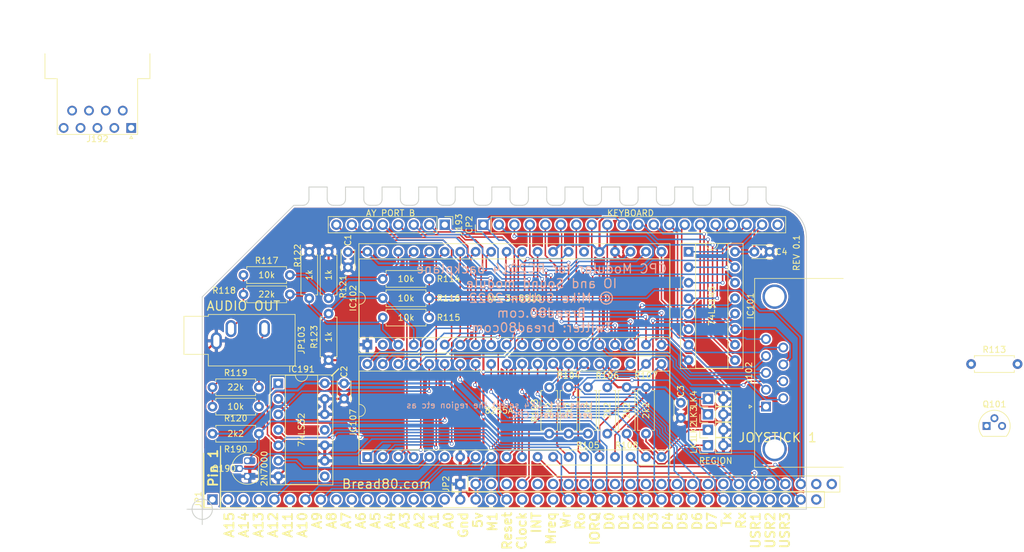
<source format=kicad_pcb>
(kicad_pcb (version 20171130) (host pcbnew "(5.1.7)-1")
  (layers (0 F.Cu signal) (31 B.Cu signal) (34 B.Paste user) (35 F.Paste user) (36 B.SilkS user) (37 F.SilkS user) (38 B.Mask user) (39 F.Mask user) (44 Edge.Cuts user))
  (net 0 "")
  (net 1 GND)
  (net 2 +5V)
  (net 3 "Net-(CP2-Pad20)")
  (net 4 /IO_SOUND/Y1)
  (net 5 /IO_SOUND/Y2)
  (net 6 /IO_SOUND/Y3)
  (net 7 /IO_SOUND/Y4)
  (net 8 /IO_SOUND/Y5)
  (net 9 /IO_SOUND/Y6)
  (net 10 /IO_SOUND/COM_2)
  (net 11 /IO_SOUND/Y8)
  (net 12 /IO_SOUND/Y9)
  (net 13 /IO_SOUND/AYA7)
  (net 14 /IO_SOUND/AYA6)
  (net 15 /IO_SOUND/AYA5)
  (net 16 /IO_SOUND/AYA4)
  (net 17 /IO_SOUND/AYA3)
  (net 18 /IO_SOUND/AYA2)
  (net 19 /IO_SOUND/AYA1)
  (net 20 /IO_SOUND/AYA0)
  (net 21 /IO_SOUND/COMMON)
  (net 22 /IO_SOUND/PC0)
  (net 23 /IO_SOUND/PC1)
  (net 24 /IO_SOUND/PC2)
  (net 25 /IO_SOUND/PC3)
  (net 26 "Net-(IC102-Pad39)")
  (net 27 /IO_SOUND/C)
  (net 28 /IO_SOUND/PA0)
  (net 29 /IO_SOUND/PA1)
  (net 30 /IO_SOUND/PA2)
  (net 31 /IO_SOUND/PA3)
  (net 32 /IO_SOUND/PA4)
  (net 33 "Net-(IC102-Pad13)")
  (net 34 /IO_SOUND/PA5)
  (net 35 "Net-(IC102-Pad12)")
  (net 36 /IO_SOUND/PA6)
  (net 37 "Net-(IC102-Pad11)")
  (net 38 /IO_SOUND/PA7)
  (net 39 "Net-(IC102-Pad10)")
  (net 40 "Net-(IC102-Pad29)")
  (net 41 "Net-(IC102-Pad9)")
  (net 42 "Net-(IC102-Pad8)")
  (net 43 "Net-(IC102-Pad27)")
  (net 44 "Net-(IC102-Pad7)")
  (net 45 "Net-(IC102-Pad26)")
  (net 46 "Net-(IC102-Pad6)")
  (net 47 "Net-(IC102-Pad5)")
  (net 48 /IO_SOUND/A)
  (net 49 /IO_SOUND/~RESET)
  (net 50 /IO_SOUND/B)
  (net 51 /IO_SOUND/SOUND_CLK)
  (net 52 "Net-(IC102-Pad2)")
  (net 53 "Net-(IC107-Pad20)")
  (net 54 "Net-(IC107-Pad19)")
  (net 55 /IO_SOUND/VSYNC)
  (net 56 "Net-(IC107-Pad36)")
  (net 57 "Net-(IC107-Pad35)")
  (net 58 D0)
  (net 59 D1)
  (net 60 D2)
  (net 61 /IO_SOUND/CAS_WR_DATA)
  (net 62 D3)
  (net 63 D4)
  (net 64 D5)
  (net 65 A8)
  (net 66 D6)
  (net 67 A9)
  (net 68 D7)
  (net 69 A11)
  (net 70 /IO_SOUND/CAS_RD_DATA)
  (net 71 "Net-(IC107-Pad5)")
  (net 72 "Net-(IC107-Pad24)")
  (net 73 /IO_SOUND/~EXP)
  (net 74 "Net-(IC107-Pad22)")
  (net 75 "Net-(IC107-Pad21)")
  (net 76 /IO_SOUND/~IORQ)
  (net 77 "Net-(IC191-Pad11)")
  (net 78 /IO_SOUND/~RD)
  (net 79 /IO_SOUND/~WR)
  (net 80 "Net-(IC191-Pad8)")
  (net 81 "Net-(JP1-Pad40)")
  (net 82 "Net-(JP1-Pad38)")
  (net 83 "Net-(JP1-Pad37)")
  (net 84 "Net-(JP1-Pad36)")
  (net 85 "Net-(JP1-Pad35)")
  (net 86 "Net-(JP1-Pad23)")
  (net 87 "Net-(JP1-Pad22)")
  (net 88 "Net-(JP1-Pad21)")
  (net 89 "Net-(JP1-Pad19)")
  (net 90 "Net-(JP1-Pad16)")
  (net 91 "Net-(JP1-Pad15)")
  (net 92 "Net-(JP1-Pad14)")
  (net 93 "Net-(JP1-Pad13)")
  (net 94 "Net-(JP1-Pad12)")
  (net 95 "Net-(JP1-Pad11)")
  (net 96 "Net-(JP1-Pad10)")
  (net 97 "Net-(JP1-Pad9)")
  (net 98 "Net-(JP1-Pad6)")
  (net 99 "Net-(JP1-Pad4)")
  (net 100 "Net-(JP1-Pad3)")
  (net 101 "Net-(JP1-Pad2)")
  (net 102 "Net-(JP1-Pad1)")
  (net 103 "Net-(JP2-Pad24)")
  (net 104 /IO_SOUND/SOUND)
  (net 105 /IO_SOUND/~CAS_MOTOR)
  (net 106 "Net-(JP2-Pad18)")
  (net 107 "Net-(JP2-Pad17)")
  (net 108 "Net-(JP2-Pad16)")
  (net 109 "Net-(JP2-Pad15)")
  (net 110 "Net-(JP2-Pad14)")
  (net 111 "Net-(JP2-Pad13)")
  (net 112 "Net-(JP2-Pad12)")
  (net 113 "Net-(JP2-Pad11)")
  (net 114 "Net-(JP2-Pad10)")
  (net 115 "Net-(JP2-Pad9)")
  (net 116 "Net-(JP2-Pad8)")
  (net 117 "Net-(JP2-Pad7)")
  (net 118 "Net-(JP2-Pad6)")
  (net 119 "Net-(JP2-Pad4)")
  (net 120 "Net-(JP2-Pad3)")
  (net 121 "Net-(Q101-Pad2)")
  (net 122 "Net-(Q101-Pad3)")
  (net 123 "Net-(JP103-PadR)")
  (net 124 "Net-(JP103-PadT)")
  (module Connector_Dsub:DSUB-9_Male_Horizontal_P2.77x2.84mm_EdgePinOffset9.90mm_Housed_MountingHolesOffset11.32mm (layer F.Cu) (at 246.38 136.525 90)
    (fp_text reference J102 (at 5.54 -2.8 90) (layer F.SilkS))
    (fp_text value "Paddle Port (9-Pin D)")
    (pad 0 thru_hole circle (at 18.04 1.42 90) (size 4 4) (drill 3.2) (layers *.Cu *.Mask))
    (pad 0 thru_hole circle (at -6.96 1.42 90) (size 4 4) (drill 3.2) (layers *.Cu *.Mask))
    (pad 9 thru_hole circle (at 9.695 2.84 90) (size 1.6 1.6) (drill 1) (layers *.Cu *.Mask) (net 10 /IO_SOUND/COM_2))
    (pad 8 thru_hole circle (at 6.925 2.84 90) (size 1.6 1.6) (drill 1) (layers *.Cu *.Mask) (net 21 /IO_SOUND/COMMON))
    (pad 7 thru_hole circle (at 4.155 2.84 90) (size 1.6 1.6) (drill 1) (layers *.Cu *.Mask) (net 15 /IO_SOUND/AYA5))
    (pad 6 thru_hole circle (at 1.385 2.84 90) (size 1.6 1.6) (drill 1) (layers *.Cu *.Mask) (net 16 /IO_SOUND/AYA4))
    (pad 5 thru_hole circle (at 11.08 0 90) (size 1.6 1.6) (drill 1) (layers *.Cu *.Mask) (net 14 /IO_SOUND/AYA6))
    (pad 4 thru_hole circle (at 8.31 0 90) (size 1.6 1.6) (drill 1) (layers *.Cu *.Mask) (net 17 /IO_SOUND/AYA3))
    (pad 3 thru_hole circle (at 5.54 0 90) (size 1.6 1.6) (drill 1) (layers *.Cu *.Mask) (net 18 /IO_SOUND/AYA2))
    (pad 2 thru_hole circle (at 2.77 0 90) (size 1.6 1.6) (drill 1) (layers *.Cu *.Mask) (net 19 /IO_SOUND/AYA1))
    (pad 1 thru_hole rect (at 0 0 90) (size 1.6 1.6) (drill 1) (layers *.Cu *.Mask) (net 20 /IO_SOUND/AYA0))
  )
  (module Package_TO_SOT_THT:TO-92_HandSolder (layer F.Cu) (at 161.29 147.955 90)
    (fp_text reference Q190 (at 1.27 -3.81 180) (layer F.SilkS))
    (fp_text value 2N7000 (at 1.27 2.79 90) (layer F.SilkS))
    (pad 1 thru_hole rect (at 0 0 90) (size 1.1 1.8) (drill 0.75 (offset 0 0.4)) (layers *.Cu *.Mask) (net 1 GND))
    (pad 3 thru_hole roundrect (at 2.54 0 90) (size 1.1 1.8) (drill 0.75 (offset 0 0.4)) (layers *.Cu *.Mask) (net 57 "Net-(IC107-Pad35)"))
    (pad 2 thru_hole roundrect (at 1.27 -1.27 90) (size 1.1 1.8) (drill 0.75 (offset 0 -0.4)) (layers *.Cu *.Mask) (net 49 /IO_SOUND/~RESET))
  )
  (module Connector_Audio:Jack_3.5mm_CUI_SJ1-3533NG_Horizontal (layer F.Cu) (at 156.21 125.73 90)
    (fp_text reference JP103 (at 0.1 13.97 90) (layer F.SilkS))
    (fp_text value "Stereo Sound Connector (3.5mm jack)")
    (pad R thru_hole oval (at 2 7.9 90) (size 2.8 1.8) (drill oval 2 1) (layers *.Cu *.Mask) (net 123 "Net-(JP103-PadR)"))
    (pad T thru_hole oval (at 2 2.4 90) (size 2.8 1.8) (drill oval 2 1) (layers *.Cu *.Mask) (net 124 "Net-(JP103-PadT)"))
    (pad S thru_hole oval (at 0 0 90) (size 2.8 1.8) (drill oval 2 1) (layers *.Cu *.Mask) (net 1 GND))
  )
  (module Resistor_THT:R_Axial_DIN0207_L6.3mm_D2.5mm_P7.62mm_Horizontal (layer F.Cu) (at 155.575 140.97)
    (fp_text reference R190 (at 3.81 2.54) (layer F.SilkS))
    (fp_text value 2k2 (at 3.81 0) (layer F.SilkS))
    (pad 2 thru_hole oval (at 7.62 0) (size 1.6 1.6) (drill 0.8) (layers *.Cu *.Mask) (net 57 "Net-(IC107-Pad35)"))
    (pad 1 thru_hole circle (at 0 0) (size 1.6 1.6) (drill 0.8) (layers *.Cu *.Mask) (net 2 +5V))
  )
  (module Package_DIP:DIP-16_W7.62mm_Socket (layer F.Cu) (at 233.68 111.125)
    (fp_text reference IC101 (at 10.16 8.89 270) (layer F.SilkS))
    (fp_text value 74LS145 (at 3.81 8.89 270) (layer F.SilkS))
    (pad 16 thru_hole oval (at 7.62 0) (size 1.6 1.6) (drill 0.8) (layers *.Cu *.Mask) (net 2 +5V))
    (pad 8 thru_hole oval (at 0 17.78) (size 1.6 1.6) (drill 0.8) (layers *.Cu *.Mask) (net 1 GND))
    (pad 15 thru_hole oval (at 7.62 2.54) (size 1.6 1.6) (drill 0.8) (layers *.Cu *.Mask) (net 22 /IO_SOUND/PC0))
    (pad 7 thru_hole oval (at 0 15.24) (size 1.6 1.6) (drill 0.8) (layers *.Cu *.Mask) (net 10 /IO_SOUND/COM_2))
    (pad 14 thru_hole oval (at 7.62 5.08) (size 1.6 1.6) (drill 0.8) (layers *.Cu *.Mask) (net 23 /IO_SOUND/PC1))
    (pad 6 thru_hole oval (at 0 12.7) (size 1.6 1.6) (drill 0.8) (layers *.Cu *.Mask) (net 9 /IO_SOUND/Y6))
    (pad 13 thru_hole oval (at 7.62 7.62) (size 1.6 1.6) (drill 0.8) (layers *.Cu *.Mask) (net 24 /IO_SOUND/PC2))
    (pad 5 thru_hole oval (at 0 10.16) (size 1.6 1.6) (drill 0.8) (layers *.Cu *.Mask) (net 8 /IO_SOUND/Y5))
    (pad 12 thru_hole oval (at 7.62 10.16) (size 1.6 1.6) (drill 0.8) (layers *.Cu *.Mask) (net 25 /IO_SOUND/PC3))
    (pad 4 thru_hole oval (at 0 7.62) (size 1.6 1.6) (drill 0.8) (layers *.Cu *.Mask) (net 7 /IO_SOUND/Y4))
    (pad 11 thru_hole oval (at 7.62 12.7) (size 1.6 1.6) (drill 0.8) (layers *.Cu *.Mask) (net 21 /IO_SOUND/COMMON))
    (pad 3 thru_hole oval (at 0 5.08) (size 1.6 1.6) (drill 0.8) (layers *.Cu *.Mask) (net 6 /IO_SOUND/Y3))
    (pad 10 thru_hole oval (at 7.62 15.24) (size 1.6 1.6) (drill 0.8) (layers *.Cu *.Mask) (net 12 /IO_SOUND/Y9))
    (pad 2 thru_hole oval (at 0 2.54) (size 1.6 1.6) (drill 0.8) (layers *.Cu *.Mask) (net 5 /IO_SOUND/Y2))
    (pad 9 thru_hole oval (at 7.62 17.78) (size 1.6 1.6) (drill 0.8) (layers *.Cu *.Mask) (net 11 /IO_SOUND/Y8))
    (pad 1 thru_hole rect (at 0 0) (size 1.6 1.6) (drill 0.8) (layers *.Cu *.Mask) (net 4 /IO_SOUND/Y1))
  )
  (module Resistor_THT:R_Axial_DIN0207_L6.3mm_D2.5mm_P7.62mm_Horizontal (layer F.Cu) (at 174.625 128.905 90)
    (fp_text reference R123 (at 3.81 -2.37 90) (layer F.SilkS))
    (fp_text value 1k (at 3.81 0 90) (layer F.SilkS))
    (pad 2 thru_hole oval (at 7.62 0 90) (size 1.6 1.6) (drill 0.8) (layers *.Cu *.Mask) (net 48 /IO_SOUND/A))
    (pad 1 thru_hole circle (at 0 0 90) (size 1.6 1.6) (drill 0.8) (layers *.Cu *.Mask) (net 1 GND))
  )
  (module Resistor_THT:R_Axial_DIN0207_L6.3mm_D2.5mm_P7.62mm_Horizontal (layer F.Cu) (at 171.45 111.125 270)
    (fp_text reference R122 (at 0.635 1.905 90) (layer F.SilkS))
    (fp_text value 1k (at 3.81 0 90) (layer F.SilkS))
    (pad 2 thru_hole oval (at 7.62 0 270) (size 1.6 1.6) (drill 0.8) (layers *.Cu *.Mask) (net 50 /IO_SOUND/B))
    (pad 1 thru_hole circle (at 0 0 270) (size 1.6 1.6) (drill 0.8) (layers *.Cu *.Mask) (net 1 GND))
  )
  (module Resistor_THT:R_Axial_DIN0207_L6.3mm_D2.5mm_P7.62mm_Horizontal (layer F.Cu) (at 174.625 111.125 270)
    (fp_text reference R121 (at 5.715 -2.37 90) (layer F.SilkS))
    (fp_text value 1k (at 3.81 0 90) (layer F.SilkS))
    (pad 2 thru_hole oval (at 7.62 0 270) (size 1.6 1.6) (drill 0.8) (layers *.Cu *.Mask) (net 27 /IO_SOUND/C))
    (pad 1 thru_hole circle (at 0 0 270) (size 1.6 1.6) (drill 0.8) (layers *.Cu *.Mask) (net 1 GND))
  )
  (module Resistor_THT:R_Axial_DIN0207_L6.3mm_D2.5mm_P7.62mm_Horizontal (layer F.Cu) (at 155.575 136.525)
    (fp_text reference R120 (at 3.81 1.905) (layer F.SilkS))
    (fp_text value 10k (at 3.81 0) (layer F.SilkS))
    (pad 2 thru_hole oval (at 7.62 0) (size 1.6 1.6) (drill 0.8) (layers *.Cu *.Mask) (net 48 /IO_SOUND/A))
    (pad 1 thru_hole circle (at 0 0) (size 1.6 1.6) (drill 0.8) (layers *.Cu *.Mask) (net 123 "Net-(JP103-PadR)"))
  )
  (module Resistor_THT:R_Axial_DIN0207_L6.3mm_D2.5mm_P7.62mm_Horizontal (layer F.Cu) (at 155.575 133.35)
    (fp_text reference R119 (at 3.81 -2.37) (layer F.SilkS))
    (fp_text value 22k (at 3.81 0) (layer F.SilkS))
    (pad 2 thru_hole oval (at 7.62 0) (size 1.6 1.6) (drill 0.8) (layers *.Cu *.Mask) (net 50 /IO_SOUND/B))
    (pad 1 thru_hole circle (at 0 0) (size 1.6 1.6) (drill 0.8) (layers *.Cu *.Mask) (net 123 "Net-(JP103-PadR)"))
  )
  (module Resistor_THT:R_Axial_DIN0207_L6.3mm_D2.5mm_P7.62mm_Horizontal (layer F.Cu) (at 160.655 118.11)
    (fp_text reference R118 (at -3.175 -0.635) (layer F.SilkS))
    (fp_text value 22k (at 3.81 0) (layer F.SilkS))
    (pad 2 thru_hole oval (at 7.62 0) (size 1.6 1.6) (drill 0.8) (layers *.Cu *.Mask) (net 50 /IO_SOUND/B))
    (pad 1 thru_hole circle (at 0 0) (size 1.6 1.6) (drill 0.8) (layers *.Cu *.Mask) (net 124 "Net-(JP103-PadT)"))
  )
  (module Resistor_THT:R_Axial_DIN0207_L6.3mm_D2.5mm_P7.62mm_Horizontal (layer F.Cu) (at 160.655 114.935)
    (fp_text reference R117 (at 3.81 -2.37) (layer F.SilkS))
    (fp_text value 10k (at 3.81 0) (layer F.SilkS))
    (pad 2 thru_hole oval (at 7.62 0) (size 1.6 1.6) (drill 0.8) (layers *.Cu *.Mask) (net 27 /IO_SOUND/C))
    (pad 1 thru_hole circle (at 0 0) (size 1.6 1.6) (drill 0.8) (layers *.Cu *.Mask) (net 124 "Net-(JP103-PadT)"))
  )
  (module Resistor_THT:R_Axial_DIN0207_L6.3mm_D2.5mm_P7.62mm_Horizontal (layer F.Cu) (at 183.515 118.745)
    (fp_text reference R116 (at 10.795 0) (layer F.SilkS))
    (fp_text value 10k (at 3.81 0) (layer F.SilkS))
    (pad 2 thru_hole oval (at 7.62 0) (size 1.6 1.6) (drill 0.8) (layers *.Cu *.Mask) (net 104 /IO_SOUND/SOUND))
    (pad 1 thru_hole circle (at 0 0) (size 1.6 1.6) (drill 0.8) (layers *.Cu *.Mask) (net 48 /IO_SOUND/A))
  )
  (module Resistor_THT:R_Axial_DIN0207_L6.3mm_D2.5mm_P7.62mm_Horizontal (layer F.Cu) (at 183.515 121.92)
    (fp_text reference R115 (at 10.795 0) (layer F.SilkS))
    (fp_text value 10k (at 3.81 0) (layer F.SilkS))
    (pad 2 thru_hole oval (at 7.62 0) (size 1.6 1.6) (drill 0.8) (layers *.Cu *.Mask) (net 104 /IO_SOUND/SOUND))
    (pad 1 thru_hole circle (at 0 0) (size 1.6 1.6) (drill 0.8) (layers *.Cu *.Mask) (net 50 /IO_SOUND/B))
  )
  (module Resistor_THT:R_Axial_DIN0207_L6.3mm_D2.5mm_P7.62mm_Horizontal (layer F.Cu) (at 183.515 115.57)
    (fp_text reference R114 (at 10.795 0) (layer F.SilkS))
    (fp_text value 10k (at 3.81 0) (layer F.SilkS))
    (pad 2 thru_hole oval (at 7.62 0) (size 1.6 1.6) (drill 0.8) (layers *.Cu *.Mask) (net 104 /IO_SOUND/SOUND))
    (pad 1 thru_hole circle (at 0 0) (size 1.6 1.6) (drill 0.8) (layers *.Cu *.Mask) (net 27 /IO_SOUND/C))
  )
  (module Resistor_THT:R_Axial_DIN0207_L6.3mm_D2.5mm_P7.62mm_Horizontal (layer F.Cu) (at 280.035 129.54)
    (fp_text reference R113 (at 3.81 -2.37) (layer F.SilkS))
    (fp_text value 1k)
    (pad 2 thru_hole oval (at 7.62 0) (size 1.6 1.6) (drill 0.8) (layers *.Cu *.Mask) (net 121 "Net-(Q101-Pad2)"))
    (pad 1 thru_hole circle (at 0 0) (size 1.6 1.6) (drill 0.8) (layers *.Cu *.Mask) (net 105 /IO_SOUND/~CAS_MOTOR))
  )
  (module Resistor_THT:R_Axial_DIN0207_L6.3mm_D2.5mm_P7.62mm_Horizontal (layer F.Cu) (at 223.52 133.35 270)
    (fp_text reference R108 (at 9.525 0 180) (layer F.SilkS))
    (fp_text value 2k2 (at 3.81 0 90) (layer F.SilkS))
    (pad 2 thru_hole oval (at 7.62 0 270) (size 1.6 1.6) (drill 0.8) (layers *.Cu *.Mask) (net 54 "Net-(IC107-Pad19)"))
    (pad 1 thru_hole circle (at 0 0 270) (size 1.6 1.6) (drill 0.8) (layers *.Cu *.Mask) (net 2 +5V))
  )
  (module Resistor_THT:R_Axial_DIN0207_L6.3mm_D2.5mm_P7.62mm_Horizontal (layer F.Cu) (at 226.695 133.35 270)
    (fp_text reference R107 (at -1.905 0 180) (layer F.SilkS))
    (fp_text value 2k2 (at 3.81 0 90) (layer F.SilkS))
    (pad 2 thru_hole oval (at 7.62 0 270) (size 1.6 1.6) (drill 0.8) (layers *.Cu *.Mask) (net 53 "Net-(IC107-Pad20)"))
    (pad 1 thru_hole circle (at 0 0 270) (size 1.6 1.6) (drill 0.8) (layers *.Cu *.Mask) (net 2 +5V))
  )
  (module Resistor_THT:R_Axial_DIN0207_L6.3mm_D2.5mm_P7.62mm_Horizontal (layer F.Cu) (at 220.345 140.97 90)
    (fp_text reference R106 (at 9.525 0 180) (layer F.SilkS))
    (fp_text value 2k2 (at 3.81 0 90) (layer F.SilkS))
    (pad 2 thru_hole oval (at 7.62 0 90) (size 1.6 1.6) (drill 0.8) (layers *.Cu *.Mask) (net 75 "Net-(IC107-Pad21)"))
    (pad 1 thru_hole circle (at 0 0 90) (size 1.6 1.6) (drill 0.8) (layers *.Cu *.Mask) (net 2 +5V))
  )
  (module Resistor_THT:R_Axial_DIN0207_L6.3mm_D2.5mm_P7.62mm_Horizontal (layer F.Cu) (at 217.17 140.97 90)
    (fp_text reference R105 (at -1.905 0 180) (layer F.SilkS))
    (fp_text value 2k2 (at 3.81 0 90) (layer F.SilkS))
    (pad 2 thru_hole oval (at 7.62 0 90) (size 1.6 1.6) (drill 0.8) (layers *.Cu *.Mask) (net 74 "Net-(IC107-Pad22)"))
    (pad 1 thru_hole circle (at 0 0 90) (size 1.6 1.6) (drill 0.8) (layers *.Cu *.Mask) (net 2 +5V))
  )
  (module Resistor_THT:R_Axial_DIN0207_L6.3mm_D2.5mm_P7.62mm_Horizontal (layer F.Cu) (at 213.995 140.97 90)
    (fp_text reference R104 (at 9.525 0 180) (layer F.SilkS))
    (fp_text value 2k2 (at 3.81 0 90) (layer F.SilkS))
    (pad 2 thru_hole oval (at 7.62 0 90) (size 1.6 1.6) (drill 0.8) (layers *.Cu *.Mask) (net 73 /IO_SOUND/~EXP))
    (pad 1 thru_hole circle (at 0 0 90) (size 1.6 1.6) (drill 0.8) (layers *.Cu *.Mask) (net 2 +5V))
  )
  (module Resistor_THT:R_Axial_DIN0207_L6.3mm_D2.5mm_P7.62mm_Horizontal (layer F.Cu) (at 210.82 140.97 90)
    (fp_text reference R103 (at 3.81 -2.37 90) (layer F.SilkS))
    (fp_text value 2k2 (at 3.81 0 90) (layer F.SilkS))
    (pad 2 thru_hole oval (at 7.62 0 90) (size 1.6 1.6) (drill 0.8) (layers *.Cu *.Mask) (net 72 "Net-(IC107-Pad24)"))
    (pad 1 thru_hole circle (at 0 0 90) (size 1.6 1.6) (drill 0.8) (layers *.Cu *.Mask) (net 2 +5V))
  )
  (module Package_TO_SOT_THT:TO-92L (layer F.Cu) (at 282.575 139.7)
    (fp_text reference Q101 (at 1.29 -3.56) (layer F.SilkS))
    (fp_text value 2SC2120)
    (pad 1 thru_hole rect (at 0 0) (size 1.3 1.3) (drill 0.75) (layers *.Cu *.Mask) (net 1 GND))
    (pad 3 thru_hole circle (at 2.54 0) (size 1.3 1.3) (drill 0.75) (layers *.Cu *.Mask) (net 122 "Net-(Q101-Pad3)"))
    (pad 2 thru_hole circle (at 1.28 -1.27) (size 1.3 1.3) (drill 0.75) (layers *.Cu *.Mask) (net 121 "Net-(Q101-Pad2)"))
  )
  (module Connector_PinHeader_2.54mm:PinHeader_1x02_P2.54mm_Vertical (layer F.Cu) (at 236.855 135.255 90)
    (fp_text reference LK4 (at 0 -2.33 90) (layer F.SilkS))
    (fp_text value Jumper_NO_Small)
    (pad 2 thru_hole oval (at 0 2.54 90) (size 1.7 1.7) (drill 1) (layers *.Cu *.Mask) (net 1 GND))
    (pad 1 thru_hole rect (at 0 0 90) (size 1.7 1.7) (drill 1) (layers *.Cu *.Mask) (net 74 "Net-(IC107-Pad22)"))
  )
  (module Connector_PinHeader_2.54mm:PinHeader_1x02_P2.54mm_Vertical (layer F.Cu) (at 236.855 137.795 90)
    (fp_text reference LK3 (at 0 -2.33 90) (layer F.SilkS))
    (fp_text value Jumper_NO_Small)
    (pad 2 thru_hole oval (at 0 2.54 90) (size 1.7 1.7) (drill 1) (layers *.Cu *.Mask) (net 1 GND))
    (pad 1 thru_hole rect (at 0 0 90) (size 1.7 1.7) (drill 1) (layers *.Cu *.Mask) (net 75 "Net-(IC107-Pad21)"))
  )
  (module Connector_PinHeader_2.54mm:PinHeader_1x02_P2.54mm_Vertical (layer F.Cu) (at 236.855 140.335 90)
    (fp_text reference LK2 (at 0 -2.33 90) (layer F.SilkS))
    (fp_text value Jumper_NO_Small)
    (pad 2 thru_hole oval (at 0 2.54 90) (size 1.7 1.7) (drill 1) (layers *.Cu *.Mask) (net 1 GND))
    (pad 1 thru_hole rect (at 0 0 90) (size 1.7 1.7) (drill 1) (layers *.Cu *.Mask) (net 53 "Net-(IC107-Pad20)"))
  )
  (module Connector_PinHeader_2.54mm:PinHeader_1x02_P2.54mm_Vertical (layer F.Cu) (at 236.855 142.875 90)
    (fp_text reference LK1 (at 0 -2.33 90) (layer F.SilkS))
    (fp_text value Jumper_NO_Small)
    (pad 2 thru_hole oval (at 0 2.54 90) (size 1.7 1.7) (drill 1) (layers *.Cu *.Mask) (net 1 GND))
    (pad 1 thru_hole rect (at 0 0 90) (size 1.7 1.7) (drill 1) (layers *.Cu *.Mask) (net 54 "Net-(IC107-Pad19)"))
  )
  (module Connector_PinHeader_2.54mm:PinHeader_1x25_P2.54mm_Vertical (layer F.Cu) (at 196.215 149.225 90)
    (fp_text reference JP2 (at 0 -2.33 90) (layer F.SilkS))
    (fp_text value RC2014ExtendedBus)
    (pad 25 thru_hole oval (at 0 60.96 90) (size 1.7 1.7) (drill 1) (layers *.Cu *.Mask))
    (pad 24 thru_hole oval (at 0 58.42 90) (size 1.7 1.7) (drill 1) (layers *.Cu *.Mask) (net 103 "Net-(JP2-Pad24)"))
    (pad 23 thru_hole oval (at 0 55.88 90) (size 1.7 1.7) (drill 1) (layers *.Cu *.Mask) (net 104 /IO_SOUND/SOUND))
    (pad 22 thru_hole oval (at 0 53.34 90) (size 1.7 1.7) (drill 1) (layers *.Cu *.Mask) (net 70 /IO_SOUND/CAS_RD_DATA))
    (pad 21 thru_hole oval (at 0 50.8 90) (size 1.7 1.7) (drill 1) (layers *.Cu *.Mask) (net 61 /IO_SOUND/CAS_WR_DATA))
    (pad 20 thru_hole oval (at 0 48.26 90) (size 1.7 1.7) (drill 1) (layers *.Cu *.Mask) (net 105 /IO_SOUND/~CAS_MOTOR))
    (pad 19 thru_hole oval (at 0 45.72 90) (size 1.7 1.7) (drill 1) (layers *.Cu *.Mask) (net 73 /IO_SOUND/~EXP))
    (pad 18 thru_hole oval (at 0 43.18 90) (size 1.7 1.7) (drill 1) (layers *.Cu *.Mask) (net 106 "Net-(JP2-Pad18)"))
    (pad 17 thru_hole oval (at 0 40.64 90) (size 1.7 1.7) (drill 1) (layers *.Cu *.Mask) (net 107 "Net-(JP2-Pad17)"))
    (pad 16 thru_hole oval (at 0 38.1 90) (size 1.7 1.7) (drill 1) (layers *.Cu *.Mask) (net 108 "Net-(JP2-Pad16)"))
    (pad 15 thru_hole oval (at 0 35.56 90) (size 1.7 1.7) (drill 1) (layers *.Cu *.Mask) (net 109 "Net-(JP2-Pad15)"))
    (pad 14 thru_hole oval (at 0 33.02 90) (size 1.7 1.7) (drill 1) (layers *.Cu *.Mask) (net 110 "Net-(JP2-Pad14)"))
    (pad 13 thru_hole oval (at 0 30.48 90) (size 1.7 1.7) (drill 1) (layers *.Cu *.Mask) (net 111 "Net-(JP2-Pad13)"))
    (pad 12 thru_hole oval (at 0 27.94 90) (size 1.7 1.7) (drill 1) (layers *.Cu *.Mask) (net 112 "Net-(JP2-Pad12)"))
    (pad 11 thru_hole oval (at 0 25.4 90) (size 1.7 1.7) (drill 1) (layers *.Cu *.Mask) (net 113 "Net-(JP2-Pad11)"))
    (pad 10 thru_hole oval (at 0 22.86 90) (size 1.7 1.7) (drill 1) (layers *.Cu *.Mask) (net 114 "Net-(JP2-Pad10)"))
    (pad 9 thru_hole oval (at 0 20.32 90) (size 1.7 1.7) (drill 1) (layers *.Cu *.Mask) (net 115 "Net-(JP2-Pad9)"))
    (pad 8 thru_hole oval (at 0 17.78 90) (size 1.7 1.7) (drill 1) (layers *.Cu *.Mask) (net 116 "Net-(JP2-Pad8)"))
    (pad 7 thru_hole oval (at 0 15.24 90) (size 1.7 1.7) (drill 1) (layers *.Cu *.Mask) (net 117 "Net-(JP2-Pad7)"))
    (pad 6 thru_hole oval (at 0 12.7 90) (size 1.7 1.7) (drill 1) (layers *.Cu *.Mask) (net 118 "Net-(JP2-Pad6)"))
    (pad 5 thru_hole oval (at 0 10.16 90) (size 1.7 1.7) (drill 1) (layers *.Cu *.Mask) (net 51 /IO_SOUND/SOUND_CLK))
    (pad 4 thru_hole oval (at 0 7.62 90) (size 1.7 1.7) (drill 1) (layers *.Cu *.Mask) (net 119 "Net-(JP2-Pad4)"))
    (pad 3 thru_hole oval (at 0 5.08 90) (size 1.7 1.7) (drill 1) (layers *.Cu *.Mask) (net 120 "Net-(JP2-Pad3)"))
    (pad 2 thru_hole oval (at 0 2.54 90) (size 1.7 1.7) (drill 1) (layers *.Cu *.Mask) (net 2 +5V))
    (pad 1 thru_hole rect (at 0 0 90) (size 1.7 1.7) (drill 1) (layers *.Cu *.Mask) (net 1 GND))
  )
  (module Connector_PinHeader_2.54mm:PinHeader_1x40_P2.54mm_Vertical (layer F.Cu) (at 155.575 151.765 90)
    (fp_text reference JP1 (at 0 -2.33 90) (layer F.SilkS))
    (fp_text value RC2014Bus)
    (pad 40 thru_hole oval (at 0 99.06 90) (size 1.7 1.7) (drill 1) (layers *.Cu *.Mask) (net 81 "Net-(JP1-Pad40)"))
    (pad 39 thru_hole oval (at 0 96.52 90) (size 1.7 1.7) (drill 1) (layers *.Cu *.Mask) (net 55 /IO_SOUND/VSYNC))
    (pad 38 thru_hole oval (at 0 93.98 90) (size 1.7 1.7) (drill 1) (layers *.Cu *.Mask) (net 82 "Net-(JP1-Pad38)"))
    (pad 37 thru_hole oval (at 0 91.44 90) (size 1.7 1.7) (drill 1) (layers *.Cu *.Mask) (net 83 "Net-(JP1-Pad37)"))
    (pad 36 thru_hole oval (at 0 88.9 90) (size 1.7 1.7) (drill 1) (layers *.Cu *.Mask) (net 84 "Net-(JP1-Pad36)"))
    (pad 35 thru_hole oval (at 0 86.36 90) (size 1.7 1.7) (drill 1) (layers *.Cu *.Mask) (net 85 "Net-(JP1-Pad35)"))
    (pad 34 thru_hole oval (at 0 83.82 90) (size 1.7 1.7) (drill 1) (layers *.Cu *.Mask) (net 68 D7))
    (pad 33 thru_hole oval (at 0 81.28 90) (size 1.7 1.7) (drill 1) (layers *.Cu *.Mask) (net 66 D6))
    (pad 32 thru_hole oval (at 0 78.74 90) (size 1.7 1.7) (drill 1) (layers *.Cu *.Mask) (net 64 D5))
    (pad 31 thru_hole oval (at 0 76.2 90) (size 1.7 1.7) (drill 1) (layers *.Cu *.Mask) (net 63 D4))
    (pad 30 thru_hole oval (at 0 73.66 90) (size 1.7 1.7) (drill 1) (layers *.Cu *.Mask) (net 62 D3))
    (pad 29 thru_hole oval (at 0 71.12 90) (size 1.7 1.7) (drill 1) (layers *.Cu *.Mask) (net 60 D2))
    (pad 28 thru_hole oval (at 0 68.58 90) (size 1.7 1.7) (drill 1) (layers *.Cu *.Mask) (net 59 D1))
    (pad 27 thru_hole oval (at 0 66.04 90) (size 1.7 1.7) (drill 1) (layers *.Cu *.Mask) (net 58 D0))
    (pad 26 thru_hole oval (at 0 63.5 90) (size 1.7 1.7) (drill 1) (layers *.Cu *.Mask) (net 76 /IO_SOUND/~IORQ))
    (pad 25 thru_hole oval (at 0 60.96 90) (size 1.7 1.7) (drill 1) (layers *.Cu *.Mask) (net 78 /IO_SOUND/~RD))
    (pad 24 thru_hole oval (at 0 58.42 90) (size 1.7 1.7) (drill 1) (layers *.Cu *.Mask) (net 79 /IO_SOUND/~WR))
    (pad 23 thru_hole oval (at 0 55.88 90) (size 1.7 1.7) (drill 1) (layers *.Cu *.Mask) (net 86 "Net-(JP1-Pad23)"))
    (pad 22 thru_hole oval (at 0 53.34 90) (size 1.7 1.7) (drill 1) (layers *.Cu *.Mask) (net 87 "Net-(JP1-Pad22)"))
    (pad 21 thru_hole oval (at 0 50.8 90) (size 1.7 1.7) (drill 1) (layers *.Cu *.Mask) (net 88 "Net-(JP1-Pad21)"))
    (pad 20 thru_hole oval (at 0 48.26 90) (size 1.7 1.7) (drill 1) (layers *.Cu *.Mask) (net 49 /IO_SOUND/~RESET))
    (pad 19 thru_hole oval (at 0 45.72 90) (size 1.7 1.7) (drill 1) (layers *.Cu *.Mask) (net 89 "Net-(JP1-Pad19)"))
    (pad 18 thru_hole oval (at 0 43.18 90) (size 1.7 1.7) (drill 1) (layers *.Cu *.Mask) (net 2 +5V))
    (pad 17 thru_hole oval (at 0 40.64 90) (size 1.7 1.7) (drill 1) (layers *.Cu *.Mask) (net 1 GND))
    (pad 16 thru_hole oval (at 0 38.1 90) (size 1.7 1.7) (drill 1) (layers *.Cu *.Mask) (net 90 "Net-(JP1-Pad16)"))
    (pad 15 thru_hole oval (at 0 35.56 90) (size 1.7 1.7) (drill 1) (layers *.Cu *.Mask) (net 91 "Net-(JP1-Pad15)"))
    (pad 14 thru_hole oval (at 0 33.02 90) (size 1.7 1.7) (drill 1) (layers *.Cu *.Mask) (net 92 "Net-(JP1-Pad14)"))
    (pad 13 thru_hole oval (at 0 30.48 90) (size 1.7 1.7) (drill 1) (layers *.Cu *.Mask) (net 93 "Net-(JP1-Pad13)"))
    (pad 12 thru_hole oval (at 0 27.94 90) (size 1.7 1.7) (drill 1) (layers *.Cu *.Mask) (net 94 "Net-(JP1-Pad12)"))
    (pad 11 thru_hole oval (at 0 25.4 90) (size 1.7 1.7) (drill 1) (layers *.Cu *.Mask) (net 95 "Net-(JP1-Pad11)"))
    (pad 10 thru_hole oval (at 0 22.86 90) (size 1.7 1.7) (drill 1) (layers *.Cu *.Mask) (net 96 "Net-(JP1-Pad10)"))
    (pad 9 thru_hole oval (at 0 20.32 90) (size 1.7 1.7) (drill 1) (layers *.Cu *.Mask) (net 97 "Net-(JP1-Pad9)"))
    (pad 8 thru_hole oval (at 0 17.78 90) (size 1.7 1.7) (drill 1) (layers *.Cu *.Mask) (net 65 A8))
    (pad 7 thru_hole oval (at 0 15.24 90) (size 1.7 1.7) (drill 1) (layers *.Cu *.Mask) (net 67 A9))
    (pad 6 thru_hole oval (at 0 12.7 90) (size 1.7 1.7) (drill 1) (layers *.Cu *.Mask) (net 98 "Net-(JP1-Pad6)"))
    (pad 5 thru_hole oval (at 0 10.16 90) (size 1.7 1.7) (drill 1) (layers *.Cu *.Mask) (net 69 A11))
    (pad 4 thru_hole oval (at 0 7.62 90) (size 1.7 1.7) (drill 1) (layers *.Cu *.Mask) (net 99 "Net-(JP1-Pad4)"))
    (pad 3 thru_hole oval (at 0 5.08 90) (size 1.7 1.7) (drill 1) (layers *.Cu *.Mask) (net 100 "Net-(JP1-Pad3)"))
    (pad 2 thru_hole oval (at 0 2.54 90) (size 1.7 1.7) (drill 1) (layers *.Cu *.Mask) (net 101 "Net-(JP1-Pad2)"))
    (pad 1 thru_hole rect (at 0 0 90) (size 1.7 1.7) (drill 1) (layers *.Cu *.Mask) (net 102 "Net-(JP1-Pad1)"))
  )
  (module Connector_PinHeader_2.54mm:PinHeader_1x08_P2.54mm_Vertical (layer F.Cu) (at 193.675 106.68 270)
    (fp_text reference J193 (at 0 -2.33 90) (layer F.SilkS))
    (fp_text value Conn_01x08_Male)
    (pad 8 thru_hole oval (at 0 17.78 270) (size 1.7 1.7) (drill 1) (layers *.Cu *.Mask) (net 46 "Net-(IC102-Pad6)"))
    (pad 7 thru_hole oval (at 0 15.24 270) (size 1.7 1.7) (drill 1) (layers *.Cu *.Mask) (net 44 "Net-(IC102-Pad7)"))
    (pad 6 thru_hole oval (at 0 12.7 270) (size 1.7 1.7) (drill 1) (layers *.Cu *.Mask) (net 42 "Net-(IC102-Pad8)"))
    (pad 5 thru_hole oval (at 0 10.16 270) (size 1.7 1.7) (drill 1) (layers *.Cu *.Mask) (net 41 "Net-(IC102-Pad9)"))
    (pad 4 thru_hole oval (at 0 7.62 270) (size 1.7 1.7) (drill 1) (layers *.Cu *.Mask) (net 39 "Net-(IC102-Pad10)"))
    (pad 3 thru_hole oval (at 0 5.08 270) (size 1.7 1.7) (drill 1) (layers *.Cu *.Mask) (net 37 "Net-(IC102-Pad11)"))
    (pad 2 thru_hole oval (at 0 2.54 270) (size 1.7 1.7) (drill 1) (layers *.Cu *.Mask) (net 35 "Net-(IC102-Pad12)"))
    (pad 1 thru_hole rect (at 0 0 270) (size 1.7 1.7) (drill 1) (layers *.Cu *.Mask) (net 33 "Net-(IC102-Pad13)"))
  )
  (module Connector_Dsub:DSUB-9_Male_Horizontal_P2.77x2.84mm_EdgePinOffset9.40mm (layer F.Cu) (at 142.24 90.805 180)
    (fp_text reference J192 (at 5.54 -1.8) (layer F.SilkS))
    (fp_text value "Paddle Port 2 (9-Pin D)")
    (pad 9 thru_hole circle (at 9.695 2.84 180) (size 1.6 1.6) (drill 1) (layers *.Cu *.Mask) (net 21 /IO_SOUND/COMMON))
    (pad 8 thru_hole circle (at 6.925 2.84 180) (size 1.6 1.6) (drill 1) (layers *.Cu *.Mask) (net 10 /IO_SOUND/COM_2))
    (pad 7 thru_hole circle (at 4.155 2.84 180) (size 1.6 1.6) (drill 1) (layers *.Cu *.Mask) (net 14 /IO_SOUND/AYA6))
    (pad 6 thru_hole circle (at 1.385 2.84 180) (size 1.6 1.6) (drill 1) (layers *.Cu *.Mask) (net 15 /IO_SOUND/AYA5))
    (pad 5 thru_hole circle (at 11.08 0 180) (size 1.6 1.6) (drill 1) (layers *.Cu *.Mask) (net 16 /IO_SOUND/AYA4))
    (pad 4 thru_hole circle (at 8.31 0 180) (size 1.6 1.6) (drill 1) (layers *.Cu *.Mask) (net 17 /IO_SOUND/AYA3))
    (pad 3 thru_hole circle (at 5.54 0 180) (size 1.6 1.6) (drill 1) (layers *.Cu *.Mask) (net 18 /IO_SOUND/AYA2))
    (pad 2 thru_hole circle (at 2.77 0 180) (size 1.6 1.6) (drill 1) (layers *.Cu *.Mask) (net 19 /IO_SOUND/AYA1))
    (pad 1 thru_hole rect (at 0 0 180) (size 1.6 1.6) (drill 1) (layers *.Cu *.Mask) (net 20 /IO_SOUND/AYA0))
  )
  (module Package_DIP:DIP-14_W7.62mm_Socket (layer F.Cu) (at 166.37 132.715)
    (fp_text reference IC191 (at 3.81 -2.33) (layer F.SilkS))
    (fp_text value 74LS32 (at 3.81 7.62 90) (layer F.SilkS))
    (pad 14 thru_hole oval (at 7.62 0) (size 1.6 1.6) (drill 0.8) (layers *.Cu *.Mask) (net 2 +5V))
    (pad 7 thru_hole oval (at 0 15.24) (size 1.6 1.6) (drill 0.8) (layers *.Cu *.Mask) (net 1 GND))
    (pad 13 thru_hole oval (at 7.62 2.54) (size 1.6 1.6) (drill 0.8) (layers *.Cu *.Mask) (net 1 GND))
    (pad 6 thru_hole oval (at 0 12.7) (size 1.6 1.6) (drill 0.8) (layers *.Cu *.Mask) (net 71 "Net-(IC107-Pad5)"))
    (pad 12 thru_hole oval (at 7.62 5.08) (size 1.6 1.6) (drill 0.8) (layers *.Cu *.Mask) (net 1 GND))
    (pad 5 thru_hole oval (at 0 10.16) (size 1.6 1.6) (drill 0.8) (layers *.Cu *.Mask) (net 76 /IO_SOUND/~IORQ))
    (pad 11 thru_hole oval (at 7.62 7.62) (size 1.6 1.6) (drill 0.8) (layers *.Cu *.Mask) (net 77 "Net-(IC191-Pad11)"))
    (pad 4 thru_hole oval (at 0 7.62) (size 1.6 1.6) (drill 0.8) (layers *.Cu *.Mask) (net 78 /IO_SOUND/~RD))
    (pad 10 thru_hole oval (at 7.62 10.16) (size 1.6 1.6) (drill 0.8) (layers *.Cu *.Mask) (net 1 GND))
    (pad 3 thru_hole oval (at 0 5.08) (size 1.6 1.6) (drill 0.8) (layers *.Cu *.Mask) (net 56 "Net-(IC107-Pad36)"))
    (pad 9 thru_hole oval (at 7.62 12.7) (size 1.6 1.6) (drill 0.8) (layers *.Cu *.Mask) (net 1 GND))
    (pad 2 thru_hole oval (at 0 2.54) (size 1.6 1.6) (drill 0.8) (layers *.Cu *.Mask) (net 79 /IO_SOUND/~WR))
    (pad 8 thru_hole oval (at 7.62 15.24) (size 1.6 1.6) (drill 0.8) (layers *.Cu *.Mask) (net 80 "Net-(IC191-Pad8)"))
    (pad 1 thru_hole rect (at 0 0) (size 1.6 1.6) (drill 0.8) (layers *.Cu *.Mask) (net 76 /IO_SOUND/~IORQ))
  )
  (module Package_DIP:DIP-40_W15.24mm_Socket (layer F.Cu) (at 180.975 144.78 90)
    (fp_text reference IC107 (at 5.715 -2.33 90) (layer F.SilkS))
    (fp_text value 8255A (at 7.62 21.59 180) (layer F.SilkS))
    (pad 40 thru_hole oval (at 15.24 0 90) (size 1.6 1.6) (drill 0.8) (layers *.Cu *.Mask) (net 32 /IO_SOUND/PA4))
    (pad 20 thru_hole oval (at 0 48.26 90) (size 1.6 1.6) (drill 0.8) (layers *.Cu *.Mask) (net 53 "Net-(IC107-Pad20)"))
    (pad 39 thru_hole oval (at 15.24 2.54 90) (size 1.6 1.6) (drill 0.8) (layers *.Cu *.Mask) (net 34 /IO_SOUND/PA5))
    (pad 19 thru_hole oval (at 0 45.72 90) (size 1.6 1.6) (drill 0.8) (layers *.Cu *.Mask) (net 54 "Net-(IC107-Pad19)"))
    (pad 38 thru_hole oval (at 15.24 5.08 90) (size 1.6 1.6) (drill 0.8) (layers *.Cu *.Mask) (net 36 /IO_SOUND/PA6))
    (pad 18 thru_hole oval (at 0 43.18 90) (size 1.6 1.6) (drill 0.8) (layers *.Cu *.Mask) (net 55 /IO_SOUND/VSYNC))
    (pad 37 thru_hole oval (at 15.24 7.62 90) (size 1.6 1.6) (drill 0.8) (layers *.Cu *.Mask) (net 38 /IO_SOUND/PA7))
    (pad 17 thru_hole oval (at 0 40.64 90) (size 1.6 1.6) (drill 0.8) (layers *.Cu *.Mask) (net 25 /IO_SOUND/PC3))
    (pad 36 thru_hole oval (at 15.24 10.16 90) (size 1.6 1.6) (drill 0.8) (layers *.Cu *.Mask) (net 56 "Net-(IC107-Pad36)"))
    (pad 16 thru_hole oval (at 0 38.1 90) (size 1.6 1.6) (drill 0.8) (layers *.Cu *.Mask) (net 24 /IO_SOUND/PC2))
    (pad 35 thru_hole oval (at 15.24 12.7 90) (size 1.6 1.6) (drill 0.8) (layers *.Cu *.Mask) (net 57 "Net-(IC107-Pad35)"))
    (pad 15 thru_hole oval (at 0 35.56 90) (size 1.6 1.6) (drill 0.8) (layers *.Cu *.Mask) (net 23 /IO_SOUND/PC1))
    (pad 34 thru_hole oval (at 15.24 15.24 90) (size 1.6 1.6) (drill 0.8) (layers *.Cu *.Mask) (net 58 D0))
    (pad 14 thru_hole oval (at 0 33.02 90) (size 1.6 1.6) (drill 0.8) (layers *.Cu *.Mask) (net 22 /IO_SOUND/PC0))
    (pad 33 thru_hole oval (at 15.24 17.78 90) (size 1.6 1.6) (drill 0.8) (layers *.Cu *.Mask) (net 59 D1))
    (pad 13 thru_hole oval (at 0 30.48 90) (size 1.6 1.6) (drill 0.8) (layers *.Cu *.Mask) (net 105 /IO_SOUND/~CAS_MOTOR))
    (pad 32 thru_hole oval (at 15.24 20.32 90) (size 1.6 1.6) (drill 0.8) (layers *.Cu *.Mask) (net 60 D2))
    (pad 12 thru_hole oval (at 0 27.94 90) (size 1.6 1.6) (drill 0.8) (layers *.Cu *.Mask) (net 61 /IO_SOUND/CAS_WR_DATA))
    (pad 31 thru_hole oval (at 15.24 22.86 90) (size 1.6 1.6) (drill 0.8) (layers *.Cu *.Mask) (net 62 D3))
    (pad 11 thru_hole oval (at 0 25.4 90) (size 1.6 1.6) (drill 0.8) (layers *.Cu *.Mask) (net 40 "Net-(IC102-Pad29)"))
    (pad 30 thru_hole oval (at 15.24 25.4 90) (size 1.6 1.6) (drill 0.8) (layers *.Cu *.Mask) (net 63 D4))
    (pad 10 thru_hole oval (at 0 22.86 90) (size 1.6 1.6) (drill 0.8) (layers *.Cu *.Mask) (net 43 "Net-(IC102-Pad27)"))
    (pad 29 thru_hole oval (at 15.24 27.94 90) (size 1.6 1.6) (drill 0.8) (layers *.Cu *.Mask) (net 64 D5))
    (pad 9 thru_hole oval (at 0 20.32 90) (size 1.6 1.6) (drill 0.8) (layers *.Cu *.Mask) (net 65 A8))
    (pad 28 thru_hole oval (at 15.24 30.48 90) (size 1.6 1.6) (drill 0.8) (layers *.Cu *.Mask) (net 66 D6))
    (pad 8 thru_hole oval (at 0 17.78 90) (size 1.6 1.6) (drill 0.8) (layers *.Cu *.Mask) (net 67 A9))
    (pad 27 thru_hole oval (at 15.24 33.02 90) (size 1.6 1.6) (drill 0.8) (layers *.Cu *.Mask) (net 68 D7))
    (pad 7 thru_hole oval (at 0 15.24 90) (size 1.6 1.6) (drill 0.8) (layers *.Cu *.Mask) (net 1 GND))
    (pad 26 thru_hole oval (at 15.24 35.56 90) (size 1.6 1.6) (drill 0.8) (layers *.Cu *.Mask) (net 2 +5V))
    (pad 6 thru_hole oval (at 0 12.7 90) (size 1.6 1.6) (drill 0.8) (layers *.Cu *.Mask) (net 69 A11))
    (pad 25 thru_hole oval (at 15.24 38.1 90) (size 1.6 1.6) (drill 0.8) (layers *.Cu *.Mask) (net 70 /IO_SOUND/CAS_RD_DATA))
    (pad 5 thru_hole oval (at 0 10.16 90) (size 1.6 1.6) (drill 0.8) (layers *.Cu *.Mask) (net 71 "Net-(IC107-Pad5)"))
    (pad 24 thru_hole oval (at 15.24 40.64 90) (size 1.6 1.6) (drill 0.8) (layers *.Cu *.Mask) (net 72 "Net-(IC107-Pad24)"))
    (pad 4 thru_hole oval (at 0 7.62 90) (size 1.6 1.6) (drill 0.8) (layers *.Cu *.Mask) (net 28 /IO_SOUND/PA0))
    (pad 23 thru_hole oval (at 15.24 43.18 90) (size 1.6 1.6) (drill 0.8) (layers *.Cu *.Mask) (net 73 /IO_SOUND/~EXP))
    (pad 3 thru_hole oval (at 0 5.08 90) (size 1.6 1.6) (drill 0.8) (layers *.Cu *.Mask) (net 29 /IO_SOUND/PA1))
    (pad 22 thru_hole oval (at 15.24 45.72 90) (size 1.6 1.6) (drill 0.8) (layers *.Cu *.Mask) (net 74 "Net-(IC107-Pad22)"))
    (pad 2 thru_hole oval (at 0 2.54 90) (size 1.6 1.6) (drill 0.8) (layers *.Cu *.Mask) (net 30 /IO_SOUND/PA2))
    (pad 21 thru_hole oval (at 15.24 48.26 90) (size 1.6 1.6) (drill 0.8) (layers *.Cu *.Mask) (net 75 "Net-(IC107-Pad21)"))
    (pad 1 thru_hole rect (at 0 0 90) (size 1.6 1.6) (drill 0.8) (layers *.Cu *.Mask) (net 31 /IO_SOUND/PA3))
  )
  (module Package_DIP:DIP-40_W15.24mm_Socket (layer F.Cu) (at 180.975 126.365 90)
    (fp_text reference IC102 (at 7.62 -2.33 90) (layer F.SilkS))
    (fp_text value AY-3-8910 (at 7.62 24.13 180) (layer F.SilkS))
    (pad 40 thru_hole oval (at 15.24 0 90) (size 1.6 1.6) (drill 0.8) (layers *.Cu *.Mask) (net 2 +5V))
    (pad 20 thru_hole oval (at 0 48.26 90) (size 1.6 1.6) (drill 0.8) (layers *.Cu *.Mask) (net 19 /IO_SOUND/AYA1))
    (pad 39 thru_hole oval (at 15.24 2.54 90) (size 1.6 1.6) (drill 0.8) (layers *.Cu *.Mask) (net 26 "Net-(IC102-Pad39)"))
    (pad 19 thru_hole oval (at 0 45.72 90) (size 1.6 1.6) (drill 0.8) (layers *.Cu *.Mask) (net 18 /IO_SOUND/AYA2))
    (pad 38 thru_hole oval (at 15.24 5.08 90) (size 1.6 1.6) (drill 0.8) (layers *.Cu *.Mask) (net 27 /IO_SOUND/C))
    (pad 18 thru_hole oval (at 0 43.18 90) (size 1.6 1.6) (drill 0.8) (layers *.Cu *.Mask) (net 17 /IO_SOUND/AYA3))
    (pad 37 thru_hole oval (at 15.24 7.62 90) (size 1.6 1.6) (drill 0.8) (layers *.Cu *.Mask) (net 28 /IO_SOUND/PA0))
    (pad 17 thru_hole oval (at 0 40.64 90) (size 1.6 1.6) (drill 0.8) (layers *.Cu *.Mask) (net 16 /IO_SOUND/AYA4))
    (pad 36 thru_hole oval (at 15.24 10.16 90) (size 1.6 1.6) (drill 0.8) (layers *.Cu *.Mask) (net 29 /IO_SOUND/PA1))
    (pad 16 thru_hole oval (at 0 38.1 90) (size 1.6 1.6) (drill 0.8) (layers *.Cu *.Mask) (net 15 /IO_SOUND/AYA5))
    (pad 35 thru_hole oval (at 15.24 12.7 90) (size 1.6 1.6) (drill 0.8) (layers *.Cu *.Mask) (net 30 /IO_SOUND/PA2))
    (pad 15 thru_hole oval (at 0 35.56 90) (size 1.6 1.6) (drill 0.8) (layers *.Cu *.Mask) (net 14 /IO_SOUND/AYA6))
    (pad 34 thru_hole oval (at 15.24 15.24 90) (size 1.6 1.6) (drill 0.8) (layers *.Cu *.Mask) (net 31 /IO_SOUND/PA3))
    (pad 14 thru_hole oval (at 0 33.02 90) (size 1.6 1.6) (drill 0.8) (layers *.Cu *.Mask) (net 13 /IO_SOUND/AYA7))
    (pad 33 thru_hole oval (at 15.24 17.78 90) (size 1.6 1.6) (drill 0.8) (layers *.Cu *.Mask) (net 32 /IO_SOUND/PA4))
    (pad 13 thru_hole oval (at 0 30.48 90) (size 1.6 1.6) (drill 0.8) (layers *.Cu *.Mask) (net 33 "Net-(IC102-Pad13)"))
    (pad 32 thru_hole oval (at 15.24 20.32 90) (size 1.6 1.6) (drill 0.8) (layers *.Cu *.Mask) (net 34 /IO_SOUND/PA5))
    (pad 12 thru_hole oval (at 0 27.94 90) (size 1.6 1.6) (drill 0.8) (layers *.Cu *.Mask) (net 35 "Net-(IC102-Pad12)"))
    (pad 31 thru_hole oval (at 15.24 22.86 90) (size 1.6 1.6) (drill 0.8) (layers *.Cu *.Mask) (net 36 /IO_SOUND/PA6))
    (pad 11 thru_hole oval (at 0 25.4 90) (size 1.6 1.6) (drill 0.8) (layers *.Cu *.Mask) (net 37 "Net-(IC102-Pad11)"))
    (pad 30 thru_hole oval (at 15.24 25.4 90) (size 1.6 1.6) (drill 0.8) (layers *.Cu *.Mask) (net 38 /IO_SOUND/PA7))
    (pad 10 thru_hole oval (at 0 22.86 90) (size 1.6 1.6) (drill 0.8) (layers *.Cu *.Mask) (net 39 "Net-(IC102-Pad10)"))
    (pad 29 thru_hole oval (at 15.24 27.94 90) (size 1.6 1.6) (drill 0.8) (layers *.Cu *.Mask) (net 40 "Net-(IC102-Pad29)"))
    (pad 9 thru_hole oval (at 0 20.32 90) (size 1.6 1.6) (drill 0.8) (layers *.Cu *.Mask) (net 41 "Net-(IC102-Pad9)"))
    (pad 28 thru_hole oval (at 15.24 30.48 90) (size 1.6 1.6) (drill 0.8) (layers *.Cu *.Mask) (net 2 +5V))
    (pad 8 thru_hole oval (at 0 17.78 90) (size 1.6 1.6) (drill 0.8) (layers *.Cu *.Mask) (net 42 "Net-(IC102-Pad8)"))
    (pad 27 thru_hole oval (at 15.24 33.02 90) (size 1.6 1.6) (drill 0.8) (layers *.Cu *.Mask) (net 43 "Net-(IC102-Pad27)"))
    (pad 7 thru_hole oval (at 0 15.24 90) (size 1.6 1.6) (drill 0.8) (layers *.Cu *.Mask) (net 44 "Net-(IC102-Pad7)"))
    (pad 26 thru_hole oval (at 15.24 35.56 90) (size 1.6 1.6) (drill 0.8) (layers *.Cu *.Mask) (net 45 "Net-(IC102-Pad26)"))
    (pad 6 thru_hole oval (at 0 12.7 90) (size 1.6 1.6) (drill 0.8) (layers *.Cu *.Mask) (net 46 "Net-(IC102-Pad6)"))
    (pad 25 thru_hole oval (at 15.24 38.1 90) (size 1.6 1.6) (drill 0.8) (layers *.Cu *.Mask) (net 2 +5V))
    (pad 5 thru_hole oval (at 0 10.16 90) (size 1.6 1.6) (drill 0.8) (layers *.Cu *.Mask) (net 47 "Net-(IC102-Pad5)"))
    (pad 24 thru_hole oval (at 15.24 40.64 90) (size 1.6 1.6) (drill 0.8) (layers *.Cu *.Mask) (net 1 GND))
    (pad 4 thru_hole oval (at 0 7.62 90) (size 1.6 1.6) (drill 0.8) (layers *.Cu *.Mask) (net 48 /IO_SOUND/A))
    (pad 23 thru_hole oval (at 15.24 43.18 90) (size 1.6 1.6) (drill 0.8) (layers *.Cu *.Mask) (net 49 /IO_SOUND/~RESET))
    (pad 3 thru_hole oval (at 0 5.08 90) (size 1.6 1.6) (drill 0.8) (layers *.Cu *.Mask) (net 50 /IO_SOUND/B))
    (pad 22 thru_hole oval (at 15.24 45.72 90) (size 1.6 1.6) (drill 0.8) (layers *.Cu *.Mask) (net 51 /IO_SOUND/SOUND_CLK))
    (pad 2 thru_hole oval (at 0 2.54 90) (size 1.6 1.6) (drill 0.8) (layers *.Cu *.Mask) (net 52 "Net-(IC102-Pad2)"))
    (pad 21 thru_hole oval (at 15.24 48.26 90) (size 1.6 1.6) (drill 0.8) (layers *.Cu *.Mask) (net 20 /IO_SOUND/AYA0))
    (pad 1 thru_hole rect (at 0 0 90) (size 1.6 1.6) (drill 0.8) (layers *.Cu *.Mask) (net 1 GND))
  )
  (module Connector_PinHeader_2.54mm:PinHeader_1x20_P2.54mm_Vertical (layer F.Cu) (at 200.025 106.68 90)
    (fp_text reference CP2 (at 0 -2.33 90) (layer F.SilkS))
    (fp_text value "Keyboard Connector (20-way inline 2.54mm)")
    (pad 20 thru_hole oval (at 0 48.26 90) (size 1.7 1.7) (drill 1) (layers *.Cu *.Mask) (net 3 "Net-(CP2-Pad20)"))
    (pad 19 thru_hole oval (at 0 45.72 90) (size 1.7 1.7) (drill 1) (layers *.Cu *.Mask) (net 4 /IO_SOUND/Y1))
    (pad 18 thru_hole oval (at 0 43.18 90) (size 1.7 1.7) (drill 1) (layers *.Cu *.Mask) (net 5 /IO_SOUND/Y2))
    (pad 17 thru_hole oval (at 0 40.64 90) (size 1.7 1.7) (drill 1) (layers *.Cu *.Mask) (net 6 /IO_SOUND/Y3))
    (pad 16 thru_hole oval (at 0 38.1 90) (size 1.7 1.7) (drill 1) (layers *.Cu *.Mask) (net 7 /IO_SOUND/Y4))
    (pad 15 thru_hole oval (at 0 35.56 90) (size 1.7 1.7) (drill 1) (layers *.Cu *.Mask) (net 8 /IO_SOUND/Y5))
    (pad 14 thru_hole oval (at 0 33.02 90) (size 1.7 1.7) (drill 1) (layers *.Cu *.Mask) (net 9 /IO_SOUND/Y6))
    (pad 13 thru_hole oval (at 0 30.48 90) (size 1.7 1.7) (drill 1) (layers *.Cu *.Mask) (net 10 /IO_SOUND/COM_2))
    (pad 12 thru_hole oval (at 0 27.94 90) (size 1.7 1.7) (drill 1) (layers *.Cu *.Mask) (net 11 /IO_SOUND/Y8))
    (pad 11 thru_hole oval (at 0 25.4 90) (size 1.7 1.7) (drill 1) (layers *.Cu *.Mask) (net 12 /IO_SOUND/Y9))
    (pad 10 thru_hole oval (at 0 22.86 90) (size 1.7 1.7) (drill 1) (layers *.Cu *.Mask) (net 13 /IO_SOUND/AYA7))
    (pad 9 thru_hole oval (at 0 20.32 90) (size 1.7 1.7) (drill 1) (layers *.Cu *.Mask) (net 14 /IO_SOUND/AYA6))
    (pad 8 thru_hole oval (at 0 17.78 90) (size 1.7 1.7) (drill 1) (layers *.Cu *.Mask) (net 15 /IO_SOUND/AYA5))
    (pad 7 thru_hole oval (at 0 15.24 90) (size 1.7 1.7) (drill 1) (layers *.Cu *.Mask) (net 16 /IO_SOUND/AYA4))
    (pad 6 thru_hole oval (at 0 12.7 90) (size 1.7 1.7) (drill 1) (layers *.Cu *.Mask) (net 17 /IO_SOUND/AYA3))
    (pad 5 thru_hole oval (at 0 10.16 90) (size 1.7 1.7) (drill 1) (layers *.Cu *.Mask) (net 18 /IO_SOUND/AYA2))
    (pad 4 thru_hole oval (at 0 7.62 90) (size 1.7 1.7) (drill 1) (layers *.Cu *.Mask) (net 19 /IO_SOUND/AYA1))
    (pad 3 thru_hole oval (at 0 5.08 90) (size 1.7 1.7) (drill 1) (layers *.Cu *.Mask) (net 20 /IO_SOUND/AYA0))
    (pad 2 thru_hole oval (at 0 2.54 90) (size 1.7 1.7) (drill 1) (layers *.Cu *.Mask) (net 21 /IO_SOUND/COMMON))
    (pad 1 thru_hole rect (at 0 0 90) (size 1.7 1.7) (drill 1) (layers *.Cu *.Mask) (net 13 /IO_SOUND/AYA7))
  )
  (module Capacitor_THT:C_Disc_D3.0mm_W2.0mm_P2.50mm (layer F.Cu) (at 244.475 111.125)
    (fp_text reference C4 (at 4.445 0) (layer F.SilkS))
    (fp_text value 0.1nF)
    (pad 2 thru_hole circle (at 2.5 0) (size 1.6 1.6) (drill 0.8) (layers *.Cu *.Mask) (net 1 GND))
    (pad 1 thru_hole circle (at 0 0) (size 1.6 1.6) (drill 0.8) (layers *.Cu *.Mask) (net 2 +5V))
  )
  (module Capacitor_THT:C_Disc_D3.0mm_W2.0mm_P2.50mm (layer F.Cu) (at 232.41 135.89 270)
    (fp_text reference C3 (at -1.905 0 90) (layer F.SilkS))
    (fp_text value 0.1nF)
    (pad 2 thru_hole circle (at 2.5 0 270) (size 1.6 1.6) (drill 0.8) (layers *.Cu *.Mask) (net 1 GND))
    (pad 1 thru_hole circle (at 0 0 270) (size 1.6 1.6) (drill 0.8) (layers *.Cu *.Mask) (net 2 +5V))
  )
  (module Capacitor_THT:C_Disc_D3.0mm_W2.0mm_P2.50mm (layer F.Cu) (at 177.165 132.715 270)
    (fp_text reference C2 (at -1.905 0 90) (layer F.SilkS))
    (fp_text value 0.1nF)
    (pad 2 thru_hole circle (at 2.5 0 270) (size 1.6 1.6) (drill 0.8) (layers *.Cu *.Mask) (net 1 GND))
    (pad 1 thru_hole circle (at 0 0 270) (size 1.6 1.6) (drill 0.8) (layers *.Cu *.Mask) (net 2 +5V))
  )
  (module Capacitor_THT:C_Disc_D3.0mm_W2.0mm_P2.50mm (layer F.Cu) (at 177.8 111.165 270)
    (fp_text reference C1 (at -1.945 0 90) (layer F.SilkS))
    (fp_text value 0.1nF)
    (pad 2 thru_hole circle (at 2.5 0 270) (size 1.6 1.6) (drill 0.8) (layers *.Cu *.Mask) (net 1 GND))
    (pad 1 thru_hole circle (at 0 0 270) (size 1.6 1.6) (drill 0.8) (layers *.Cu *.Mask) (net 2 +5V))
  )
  (gr_line (start 247.8184 103.505) (end 247.4 103.5) (layer Edge.Cuts) (width 0.15))
  (gr_arc (start 247.4 102.5) (end 246.4 102.5) (angle -90) (layer Edge.Cuts) (width 0.15))
  (gr_arc (start 241.4 102.5) (end 240.4 102.5) (angle -90) (layer Edge.Cuts) (width 0.15))
  (gr_arc (start 235.4 102.5) (end 234.4 102.5) (angle -90) (layer Edge.Cuts) (width 0.15))
  (gr_arc (start 229.4 102.5) (end 228.4 102.5) (angle -90) (layer Edge.Cuts) (width 0.15))
  (gr_arc (start 223.4 102.5) (end 222.4 102.5) (angle -90) (layer Edge.Cuts) (width 0.15))
  (gr_arc (start 217.4 102.5) (end 216.4 102.5) (angle -90) (layer Edge.Cuts) (width 0.15))
  (gr_arc (start 211.4 102.5) (end 210.4 102.5) (angle -90) (layer Edge.Cuts) (width 0.15))
  (gr_arc (start 205.4 102.5) (end 204.4 102.5) (angle -90) (layer Edge.Cuts) (width 0.15))
  (gr_arc (start 199.4 102.5) (end 198.4 102.5) (angle -90) (layer Edge.Cuts) (width 0.15))
  (gr_arc (start 193.4 102.5) (end 192.4 102.5) (angle -90) (layer Edge.Cuts) (width 0.15))
  (gr_arc (start 187.4 102.5) (end 186.4 102.5) (angle -90) (layer Edge.Cuts) (width 0.15))
  (gr_arc (start 181.4 102.5) (end 180.4 102.5) (angle -90) (layer Edge.Cuts) (width 0.15))
  (gr_arc (start 175.4 102.5) (end 174.4 102.5) (angle -90) (layer Edge.Cuts) (width 0.15))
  (gr_arc (start 170.4 102.5) (end 170.4 103.5) (angle -90) (layer Edge.Cuts) (width 0.15))
  (gr_arc (start 176.4 102.5) (end 176.4 103.5) (angle -90) (layer Edge.Cuts) (width 0.15))
  (gr_arc (start 182.4 102.5) (end 182.4 103.5) (angle -90) (layer Edge.Cuts) (width 0.15))
  (gr_arc (start 188.4 102.5) (end 188.4 103.5) (angle -90) (layer Edge.Cuts) (width 0.15))
  (gr_arc (start 194.4 102.5) (end 194.4 103.5) (angle -90) (layer Edge.Cuts) (width 0.15))
  (gr_arc (start 200.4 102.5) (end 200.4 103.5) (angle -90) (layer Edge.Cuts) (width 0.15))
  (gr_arc (start 206.4 102.5) (end 206.4 103.5) (angle -90) (layer Edge.Cuts) (width 0.15))
  (gr_arc (start 212.4 102.5) (end 212.4 103.5) (angle -90) (layer Edge.Cuts) (width 0.15))
  (gr_arc (start 218.4 102.5) (end 218.4 103.5) (angle -90) (layer Edge.Cuts) (width 0.15))
  (gr_arc (start 224.4 102.5) (end 224.4 103.5) (angle -90) (layer Edge.Cuts) (width 0.15))
  (gr_arc (start 230.4 102.5) (end 230.4 103.5) (angle -90) (layer Edge.Cuts) (width 0.15))
  (gr_arc (start 236.4 102.5) (end 236.4 103.5) (angle -90) (layer Edge.Cuts) (width 0.15))
  (gr_arc (start 242.4 102.5) (end 242.4 103.5) (angle -90) (layer Edge.Cuts) (width 0.15))
  (gr_arc (start 247.8184 108.685) (end 247.8184 103.505) (angle 90) (layer Edge.Cuts) (width 0.15))
  (gr_line (start 171.4 100.5) (end 171.4 102.5) (layer Edge.Cuts) (width 0.15))
  (gr_line (start 174.4 100.5) (end 171.4 100.5) (layer Edge.Cuts) (width 0.15))
  (gr_line (start 174.4 102.5) (end 174.4 100.5) (layer Edge.Cuts) (width 0.15))
  (gr_line (start 176.4 103.5) (end 175.4 103.5) (layer Edge.Cuts) (width 0.15))
  (gr_line (start 177.4 100.5) (end 177.4 102.5) (layer Edge.Cuts) (width 0.15))
  (gr_line (start 180.4 100.5) (end 177.4 100.5) (layer Edge.Cuts) (width 0.15))
  (gr_line (start 180.4 102.5) (end 180.4 100.5) (layer Edge.Cuts) (width 0.15))
  (gr_line (start 182.4 103.5) (end 181.4 103.5) (layer Edge.Cuts) (width 0.15))
  (gr_line (start 183.4 100.5) (end 183.4 102.5) (layer Edge.Cuts) (width 0.15))
  (gr_line (start 186.4 100.5) (end 183.4 100.5) (layer Edge.Cuts) (width 0.15))
  (gr_line (start 186.4 102.5) (end 186.4 100.5) (layer Edge.Cuts) (width 0.15))
  (gr_line (start 188.4 103.5) (end 187.4 103.5) (layer Edge.Cuts) (width 0.15))
  (gr_line (start 189.4 100.5) (end 189.4 102.5) (layer Edge.Cuts) (width 0.15))
  (gr_line (start 192.4 100.5) (end 189.4 100.5) (layer Edge.Cuts) (width 0.15))
  (gr_line (start 192.4 102.5) (end 192.4 100.5) (layer Edge.Cuts) (width 0.15))
  (gr_line (start 194.4 103.5) (end 193.4 103.5) (layer Edge.Cuts) (width 0.15))
  (gr_line (start 195.4 100.5) (end 195.4 102.5) (layer Edge.Cuts) (width 0.15))
  (gr_line (start 198.4 100.5) (end 195.4 100.5) (layer Edge.Cuts) (width 0.15))
  (gr_line (start 198.4 102.5) (end 198.4 100.5) (layer Edge.Cuts) (width 0.15))
  (gr_line (start 200.4 103.5) (end 199.4 103.5) (layer Edge.Cuts) (width 0.15))
  (gr_line (start 201.4 100.5) (end 201.4 102.5) (layer Edge.Cuts) (width 0.15))
  (gr_line (start 204.4 100.5) (end 201.4 100.5) (layer Edge.Cuts) (width 0.15))
  (gr_line (start 204.4 102.5) (end 204.4 100.5) (layer Edge.Cuts) (width 0.15))
  (gr_line (start 206.4 103.5) (end 205.4 103.5) (layer Edge.Cuts) (width 0.15))
  (gr_line (start 207.4 100.5) (end 207.4 102.5) (layer Edge.Cuts) (width 0.15))
  (gr_line (start 210.4 100.5) (end 207.4 100.5) (layer Edge.Cuts) (width 0.15))
  (gr_line (start 210.4 102.5) (end 210.4 100.5) (layer Edge.Cuts) (width 0.15))
  (gr_line (start 212.4 103.5) (end 211.4 103.5) (layer Edge.Cuts) (width 0.15))
  (gr_line (start 213.4 100.5) (end 213.4 102.5) (layer Edge.Cuts) (width 0.15))
  (gr_line (start 216.4 100.5) (end 213.4 100.5) (layer Edge.Cuts) (width 0.15))
  (gr_line (start 216.4 102.5) (end 216.4 100.5) (layer Edge.Cuts) (width 0.15))
  (gr_line (start 218.4 103.5) (end 217.4 103.5) (layer Edge.Cuts) (width 0.15))
  (gr_line (start 219.4 100.5) (end 219.4 102.5) (layer Edge.Cuts) (width 0.15))
  (gr_line (start 222.4 100.5) (end 219.4 100.5) (layer Edge.Cuts) (width 0.15))
  (gr_line (start 222.4 102.5) (end 222.4 100.5) (layer Edge.Cuts) (width 0.15))
  (gr_line (start 224.4 103.5) (end 223.4 103.5) (layer Edge.Cuts) (width 0.15))
  (gr_line (start 225.4 100.5) (end 225.4 102.5) (layer Edge.Cuts) (width 0.15))
  (gr_line (start 228.4 100.5) (end 225.4 100.5) (layer Edge.Cuts) (width 0.15))
  (gr_line (start 228.4 102.5) (end 228.4 100.5) (layer Edge.Cuts) (width 0.15))
  (gr_line (start 230.4 103.5) (end 229.4 103.5) (layer Edge.Cuts) (width 0.15))
  (gr_line (start 231.4 100.5) (end 231.4 102.5) (layer Edge.Cuts) (width 0.15))
  (gr_line (start 234.4 100.5) (end 231.4 100.5) (layer Edge.Cuts) (width 0.15))
  (gr_line (start 234.4 102.5) (end 234.4 100.5) (layer Edge.Cuts) (width 0.15))
  (gr_line (start 236.4 103.5) (end 235.4 103.5) (layer Edge.Cuts) (width 0.15))
  (gr_line (start 237.4 100.5) (end 237.4 102.5) (layer Edge.Cuts) (width 0.15))
  (gr_line (start 240.4 100.5) (end 237.4 100.5) (layer Edge.Cuts) (width 0.15))
  (gr_line (start 240.4 102.5) (end 240.4 100.5) (layer Edge.Cuts) (width 0.15))
  (gr_line (start 242.4 103.5) (end 241.4 103.5) (layer Edge.Cuts) (width 0.15))
  (gr_line (start 243.4 100.5) (end 243.4 102.5) (layer Edge.Cuts) (width 0.15))
  (gr_line (start 246.4 100.5) (end 243.4 100.5) (layer Edge.Cuts) (width 0.15))
  (gr_line (start 246.4 102.5) (end 246.4 100.5) (layer Edge.Cuts) (width 0.15))
  (gr_text "REV 0.1" (at 251.4 111.3 90) (layer F.SilkS) (effects (font (size 1 1))))
  (gr_text Bread80.com (at 184.15 149.225) (layer F.SilkS) (effects (font (size 1.5 1.5) (thickness 0.2))))
  (gr_text "Links LK1-LK4 select the region etc as \nper standard CPC." (at 218.1 137.1) (layer B.SilkS) (effects (font (size 1 1)) (justify left mirror)))
  (gr_text "CPC Modular for RC2014 backplane\nIO and Sound module\n© Mike Sutton 2022\nBread80.com\nTwitter: bread80com" (at 209.55 118.745) (layer B.SilkS) (effects (font (size 1.5 1.5) (thickness 0.2)) (justify mirror)))
  (gr_text "AUDIO OUT" (at 160.655 120.015) (layer F.SilkS) (effects (font (size 1.5 1.5) (thickness 0.2))))
  (gr_text "AY PORT B" (at 184.785 104.775) (layer F.SilkS) (effects (font (size 1 1))))
  (gr_text KEYBOARD (at 224.155 104.775) (layer F.SilkS) (effects (font (size 1 1))))
  (gr_text "JOYSTICK 1" (at 248.285 141.605) (layer F.SilkS) (effects (font (size 1.5 1.5) (thickness 0.2))))
  (gr_text REGION (at 238.125 145.415) (layer F.SilkS) (effects (font (size 1 1))))
  (gr_line (start 156.8958 153.13152) (end 156.93136 153.13152) (angle 90) (layer F.SilkS) (width 0.2))
  (gr_line (start 156.8958 143.01978) (end 156.8958 153.13152) (angle 90) (layer F.SilkS) (width 0.2))
  (gr_line (start 175.09998 131.50088) (end 176.28108 130.31978) (angle 90) (layer F.SilkS) (width 0.2))
  (gr_line (start 154.14498 153.13152) (end 154.14498 144.20088) (angle 90) (layer F.SilkS) (width 0.2))
  (gr_text "Pin 1" (at 155.68168 146.60118 90) (layer F.SilkS) (effects (font (size 1.5 1.5) (thickness 0.3))))
  (target plus (at 153.8986 153.3652) (size 5) (width 0.15) (layer Edge.Cuts))
  (gr_text "A15\nA14\nA13\nA12\nA11\nA10\nA9\nA8\nA7\nA6\nA5\nA4\nA3\nA2\nA1\nA0\nGnd\n5v\nM1\nReset\nClock\nINT\nMreq\nWr\nRo\nIORQ\nD0\nD1\nD2\nD3\nD4\nD5\nD6\nD7\nTx\nRx\nUSR1\nUSR2\nUSR3" (at 203.9112 153.6573 90) (layer F.SilkS) (effects (font (size 1.49 1.5) (thickness 0.3)) (justify right)))
  (gr_line (start 253 108.685) (end 253 153.3652) (angle 90) (layer Edge.Cuts) (width 0.15))
  (gr_line (start 170.4 103.5) (end 168.91 103.505) (angle 90) (layer Edge.Cuts) (width 0.15))
  (gr_line (start 153.8986 118.5164) (end 153.8986 153.3652) (angle 90) (layer Edge.Cuts) (width 0.15))
  (gr_line (start 168.91 103.505) (end 153.8986 118.5164) (angle 90) (layer Edge.Cuts) (width 0.15))
  (gr_line (start 153.8986 153.3652) (end 253 153.3652) (angle 90) (layer Edge.Cuts) (width 0.15))
  (segment (start 196.215 149.225) (end 196.215 144.78) (width 0.35) (layer F.Cu) (net 1))
  (segment (start 173.99 145.415) (end 173.99 142.875) (width 0.35) (layer F.Cu) (net 1))
  (segment (start 168.91 145.415) (end 166.37 147.955) (width 0.35) (layer F.Cu) (net 1))
  (segment (start 173.99 145.415) (end 168.91 145.415) (width 0.35) (layer F.Cu) (net 1))
  (segment (start 166.37 147.955) (end 161.29 147.955) (width 0.35) (layer F.Cu) (net 1))
  (segment (start 173.99 137.795) (end 173.99 135.255) (width 0.35) (layer F.Cu) (net 1))
  (segment (start 177.125 135.255) (end 177.165 135.215) (width 0.35) (layer F.Cu) (net 1))
  (segment (start 239.395 135.255) (end 239.395 137.795) (width 0.35) (layer F.Cu) (net 1))
  (segment (start 239.223001 139.020001) (end 239.395 139.192) (width 0.35) (layer F.Cu) (net 1))
  (segment (start 233.040001 139.020001) (end 239.223001 139.020001) (width 0.35) (layer F.Cu) (net 1))
  (segment (start 232.41 138.39) (end 233.040001 139.020001) (width 0.35) (layer F.Cu) (net 1))
  (segment (start 239.395 139.192) (end 239.395 137.795) (width 0.35) (layer F.Cu) (net 1))
  (segment (start 239.395 140.335) (end 239.395 139.192) (width 0.35) (layer F.Cu) (net 1))
  (segment (start 239.395 140.335) (end 239.395 142.875) (width 0.35) (layer F.Cu) (net 1))
  (segment (start 196.215 151.765) (end 196.215 150.495) (width 0.35) (layer F.Cu) (net 1))
  (segment (start 196.215 150.495) (end 196.215 149.225) (width 0.35) (layer F.Cu) (net 1))
  (segment (start 187.706 149.225) (end 196.215 149.225) (width 0.35) (layer F.Cu) (net 1))
  (segment (start 184.879999 146.398999) (end 187.706 149.225) (width 0.35) (layer F.Cu) (net 1))
  (segment (start 183.144998 149.225) (end 187.706 149.225) (width 0.35) (layer F.Cu) (net 1))
  (segment (start 179.334998 145.415) (end 183.144998 149.225) (width 0.35) (layer F.Cu) (net 1))
  (segment (start 173.99 145.415) (end 179.334998 145.415) (width 0.35) (layer F.Cu) (net 1))
  (segment (start 225.257998 114.767998) (end 221.615 111.125) (width 0.35) (layer F.Cu) (net 1))
  (segment (start 227.878002 115.753998) (end 226.892002 114.767998) (width 0.35) (layer F.Cu) (net 1))
  (segment (start 227.878002 118.375124) (end 227.878002 115.753998) (width 0.35) (layer F.Cu) (net 1))
  (segment (start 226.892002 114.767998) (end 225.257998 114.767998) (width 0.35) (layer F.Cu) (net 1))
  (segment (start 184.879999 143.796001) (end 184.879999 146.398999) (width 0.35) (layer F.Cu) (net 1))
  (segment (start 184.879999 142.929999) (end 184.879999 143.796001) (width 0.35) (layer F.Cu) (net 1))
  (segment (start 175.641 135.255) (end 177.125 135.255) (width 0.35) (layer F.Cu) (net 1))
  (segment (start 173.99 135.255) (end 175.641 135.255) (width 0.35) (layer F.Cu) (net 1))
  (segment (start 178.836 136.886) (end 184.879999 142.929999) (width 0.35) (layer F.Cu) (net 1))
  (segment (start 177.165 135.215) (end 178.836 136.886) (width 0.35) (layer F.Cu) (net 1))
  (segment (start 174.625 114.3) (end 174.6885 114.3635) (width 0.35) (layer F.Cu) (net 1))
  (segment (start 174.625 111.125) (end 174.625 114.3) (width 0.35) (layer F.Cu) (net 1))
  (segment (start 174.6885 114.3635) (end 178.836 118.511) (width 0.35) (layer F.Cu) (net 1))
  (segment (start 171.45 111.125) (end 174.6885 114.3635) (width 0.35) (layer F.Cu) (net 1))
  (segment (start 179.07 126.365) (end 178.836 126.131) (width 0.35) (layer F.Cu) (net 1))
  (segment (start 180.975 126.365) (end 179.07 126.365) (width 0.35) (layer F.Cu) (net 1))
  (segment (start 178.836 118.511) (end 178.836 126.131) (width 0.35) (layer F.Cu) (net 1))
  (segment (start 178.729 128.905) (end 178.836 129.012) (width 0.35) (layer F.Cu) (net 1))
  (segment (start 174.625 128.905) (end 178.729 128.905) (width 0.35) (layer F.Cu) (net 1))
  (segment (start 178.836 129.012) (end 178.836 136.886) (width 0.35) (layer F.Cu) (net 1))
  (segment (start 178.836 126.131) (end 178.836 129.012) (width 0.35) (layer F.Cu) (net 1))
  (segment (start 154.399999 127.540001) (end 156.21 125.73) (width 0.35) (layer F.Cu) (net 1))
  (segment (start 154.399999 143.284253) (end 154.399999 127.540001) (width 0.35) (layer F.Cu) (net 1))
  (segment (start 159.070746 147.955) (end 154.399999 143.284253) (width 0.35) (layer F.Cu) (net 1))
  (segment (start 161.29 147.955) (end 159.070746 147.955) (width 0.35) (layer F.Cu) (net 1))
  (segment (start 230.410001 125.635001) (end 233.68 128.905) (width 0.35) (layer F.Cu) (net 1))
  (segment (start 230.410001 120.907123) (end 230.410001 125.635001) (width 0.35) (layer F.Cu) (net 1))
  (segment (start 229.947939 120.445061) (end 230.410001 120.907123) (width 0.35) (layer F.Cu) (net 1))
  (segment (start 229.947939 120.445061) (end 227.878002 118.375124) (width 0.35) (layer F.Cu) (net 1))
  (segment (start 250.175001 142.344999) (end 248.940001 141.109999) (width 0.35) (layer F.Cu) (net 1))
  (segment (start 248.329999 149.723003) (end 248.329999 146.623003) (width 0.35) (layer F.Cu) (net 1))
  (segment (start 248.329999 146.623003) (end 250.175001 144.778001) (width 0.35) (layer F.Cu) (net 1))
  (segment (start 247.558002 150.495) (end 248.329999 149.723003) (width 0.35) (layer F.Cu) (net 1))
  (segment (start 196.215 150.495) (end 247.558002 150.495) (width 0.35) (layer F.Cu) (net 1))
  (segment (start 233.68 129.54) (end 233.68 128.905) (width 0.35) (layer F.Cu) (net 1))
  (segment (start 239.395 135.255) (end 233.68 129.54) (width 0.35) (layer F.Cu) (net 1))
  (segment (start 239.395 135.255) (end 240.792 135.255) (width 0.35) (layer F.Cu) (net 1))
  (segment (start 240.792 135.255) (end 246.646999 141.109999) (width 0.35) (layer F.Cu) (net 1))
  (segment (start 248.940001 141.109999) (end 246.646999 141.109999) (width 0.35) (layer F.Cu) (net 1))
  (segment (start 250.395001 114.545001) (end 246.975 111.125) (width 0.35) (layer F.Cu) (net 1))
  (segment (start 250.395001 142.542999) (end 250.395001 114.545001) (width 0.35) (layer F.Cu) (net 1))
  (segment (start 250.175001 142.762999) (end 250.395001 142.542999) (width 0.35) (layer F.Cu) (net 1))
  (segment (start 250.175001 144.778001) (end 250.175001 142.762999) (width 0.35) (layer F.Cu) (net 1))
  (segment (start 250.175001 142.762999) (end 250.175001 142.344999) (width 0.35) (layer F.Cu) (net 1))
  (segment (start 219.449003 130.715001) (end 217.710001 130.715001) (width 0.35) (layer F.Cu) (net 2))
  (segment (start 217.710001 130.715001) (end 216.535 129.54) (width 0.35) (layer F.Cu) (net 2))
  (segment (start 222.084002 133.35) (end 219.449003 130.715001) (width 0.35) (layer F.Cu) (net 2))
  (segment (start 223.52 133.35) (end 222.084002 133.35) (width 0.35) (layer F.Cu) (net 2))
  (segment (start 223.52 133.35) (end 226.695 133.35) (width 0.35) (layer B.Cu) (net 2))
  (segment (start 226.695 134.62) (end 220.345 140.97) (width 0.35) (layer F.Cu) (net 2))
  (segment (start 226.695 133.35) (end 226.695 134.62) (width 0.35) (layer F.Cu) (net 2))
  (segment (start 229.87 133.35) (end 232.41 135.89) (width 0.35) (layer B.Cu) (net 2))
  (segment (start 226.695 133.35) (end 229.87 133.35) (width 0.35) (layer B.Cu) (net 2))
  (segment (start 217.17 140.97) (end 213.995 140.97) (width 0.35) (layer B.Cu) (net 2))
  (segment (start 213.995 140.97) (end 210.82 140.97) (width 0.35) (layer B.Cu) (net 2))
  (segment (start 170.74288 132.715) (end 173.99 132.715) (width 0.35) (layer B.Cu) (net 2))
  (segment (start 169.567879 133.890001) (end 170.74288 132.715) (width 0.35) (layer B.Cu) (net 2))
  (segment (start 165.995997 133.890001) (end 169.567879 133.890001) (width 0.35) (layer B.Cu) (net 2))
  (segment (start 165.194999 134.690999) (end 165.995997 133.890001) (width 0.35) (layer B.Cu) (net 2))
  (segment (start 165.194999 136.264003) (end 165.194999 134.690999) (width 0.35) (layer B.Cu) (net 2))
  (segment (start 160.489002 140.97) (end 165.194999 136.264003) (width 0.35) (layer B.Cu) (net 2))
  (segment (start 155.575 140.97) (end 160.489002 140.97) (width 0.35) (layer B.Cu) (net 2))
  (segment (start 173.99 132.715) (end 177.165 132.715) (width 0.35) (layer B.Cu) (net 2))
  (segment (start 180.935 111.165) (end 180.975 111.125) (width 0.35) (layer F.Cu) (net 2))
  (segment (start 177.8 111.165) (end 180.935 111.165) (width 0.35) (layer F.Cu) (net 2))
  (via (at 200.025 130.81) (size 0.6) (drill 0.4) (layers F.Cu B.Cu) (net 2))
  (segment (start 216.535 129.54) (end 215.265 130.81) (width 0.35) (layer B.Cu) (net 2))
  (segment (start 215.265 130.81) (end 200.025 130.81) (width 0.35) (layer B.Cu) (net 2))
  (segment (start 198.755 151.765) (end 198.755 149.225) (width 0.35) (layer B.Cu) (net 2))
  (via (at 200.533 117.094) (size 0.6) (drill 0.4) (layers F.Cu B.Cu) (net 2))
  (segment (start 200.025 124.824002) (end 200.533 124.316002) (width 0.35) (layer F.Cu) (net 2))
  (segment (start 200.025 130.81) (end 200.025 124.824002) (width 0.35) (layer F.Cu) (net 2))
  (segment (start 200.533 124.316002) (end 200.533 117.094) (width 0.35) (layer F.Cu) (net 2))
  (via (at 200.025 138.176) (size 0.6) (drill 0.4) (layers F.Cu B.Cu) (net 2))
  (segment (start 200.025 130.81) (end 200.025 138.176) (width 0.35) (layer F.Cu) (net 2))
  (segment (start 177.165 132.715) (end 194.564 132.715) (width 0.35) (layer B.Cu) (net 2))
  (segment (start 198.755 149.225) (end 200.025 147.955) (width 0.35) (layer F.Cu) (net 2))
  (segment (start 194.564 132.715) (end 200.025 138.176) (width 0.35) (layer B.Cu) (net 2))
  (segment (start 210.82 140.97) (end 202.819 140.97) (width 0.35) (layer B.Cu) (net 2))
  (segment (start 202.819 140.97) (end 200.025 138.176) (width 0.35) (layer B.Cu) (net 2))
  (segment (start 200.025 147.955) (end 200.025 138.176) (width 0.35) (layer F.Cu) (net 2))
  (segment (start 217.899999 109.949999) (end 219.075 111.125) (width 0.35) (layer B.Cu) (net 2))
  (segment (start 212.630001 109.949999) (end 217.899999 109.949999) (width 0.35) (layer B.Cu) (net 2))
  (segment (start 211.455 111.125) (end 212.630001 109.949999) (width 0.35) (layer B.Cu) (net 2))
  (segment (start 182.88 113.03) (end 180.975 111.125) (width 0.35) (layer B.Cu) (net 2))
  (segment (start 192.786 113.03) (end 182.88 113.03) (width 0.35) (layer B.Cu) (net 2))
  (segment (start 196.85 117.094) (end 192.786 113.03) (width 0.35) (layer B.Cu) (net 2))
  (segment (start 200.533 117.094) (end 196.85 117.094) (width 0.35) (layer B.Cu) (net 2))
  (segment (start 212.041335 117.094) (end 200.533 117.094) (width 0.35) (layer B.Cu) (net 2))
  (segment (start 215.637336 113.497999) (end 212.041335 117.094) (width 0.35) (layer B.Cu) (net 2))
  (segment (start 226.061003 113.497999) (end 215.637336 113.497999) (width 0.35) (layer B.Cu) (net 2))
  (segment (start 227.870001 110.560999) (end 227.870001 111.689001) (width 0.35) (layer B.Cu) (net 2))
  (segment (start 227.259001 109.949999) (end 227.870001 110.560999) (width 0.35) (layer B.Cu) (net 2))
  (segment (start 227.870001 111.689001) (end 226.061003 113.497999) (width 0.35) (layer B.Cu) (net 2))
  (segment (start 220.250001 109.949999) (end 227.259001 109.949999) (width 0.35) (layer B.Cu) (net 2))
  (segment (start 219.075 111.125) (end 220.250001 109.949999) (width 0.35) (layer B.Cu) (net 2))
  (segment (start 219.075 106.172) (end 219.075 111.125) (width 0.35) (layer F.Cu) (net 2))
  (segment (start 219.792001 105.454999) (end 219.075 106.172) (width 0.35) (layer F.Cu) (net 2))
  (segment (start 243.793001 105.454999) (end 219.792001 105.454999) (width 0.35) (layer F.Cu) (net 2))
  (segment (start 244.475 106.136998) (end 243.793001 105.454999) (width 0.35) (layer F.Cu) (net 2))
  (segment (start 244.475 111.125) (end 244.475 106.136998) (width 0.35) (layer F.Cu) (net 2))
  (segment (start 244.475 111.125) (end 241.3 111.125) (width 0.35) (layer B.Cu) (net 2))
  (segment (start 242.425001 109.999999) (end 245.745 106.68) (width 0.25) (layer B.Cu) (net 4))
  (segment (start 239.176998 111.125) (end 240.301999 109.999999) (width 0.25) (layer B.Cu) (net 4))
  (segment (start 233.68 111.125) (end 239.176998 111.125) (width 0.25) (layer B.Cu) (net 4))
  (segment (start 240.301999 109.999999) (end 242.425001 109.999999) (width 0.25) (layer B.Cu) (net 4))
  (via (at 239.903 113.665) (size 0.6) (drill 0.4) (layers F.Cu B.Cu) (net 5))
  (segment (start 233.68 113.665) (end 239.903 113.665) (width 0.25) (layer B.Cu) (net 5))
  (segment (start 239.903 109.982) (end 243.205 106.68) (width 0.25) (layer F.Cu) (net 5))
  (segment (start 239.903 113.665) (end 239.903 109.982) (width 0.25) (layer F.Cu) (net 5))
  (segment (start 239.268 108.077) (end 239.268 116.205) (width 0.25) (layer F.Cu) (net 6))
  (via (at 239.268 116.205) (size 0.6) (drill 0.4) (layers F.Cu B.Cu) (net 6))
  (segment (start 240.665 106.68) (end 239.268 108.077) (width 0.25) (layer F.Cu) (net 6))
  (segment (start 239.268 116.205) (end 233.68 116.205) (width 0.25) (layer B.Cu) (net 6))
  (via (at 238.379 118.745) (size 0.6) (drill 0.4) (layers F.Cu B.Cu) (net 7))
  (segment (start 233.68 118.745) (end 238.379 118.745) (width 0.25) (layer B.Cu) (net 7))
  (segment (start 238.379 106.934) (end 238.125 106.68) (width 0.25) (layer F.Cu) (net 7))
  (segment (start 238.379 118.745) (end 238.379 106.934) (width 0.25) (layer F.Cu) (net 7))
  (segment (start 233.68 120.410002) (end 233.68 121.285) (width 0.25) (layer F.Cu) (net 8))
  (segment (start 235.585 118.505002) (end 233.68 120.410002) (width 0.25) (layer F.Cu) (net 8))
  (segment (start 235.585 106.68) (end 235.585 118.505002) (width 0.25) (layer F.Cu) (net 8))
  (segment (start 232.554999 107.170001) (end 233.045 106.68) (width 0.25) (layer F.Cu) (net 9))
  (segment (start 232.554999 122.699999) (end 232.554999 107.170001) (width 0.25) (layer F.Cu) (net 9))
  (segment (start 233.68 123.825) (end 232.554999 122.699999) (width 0.25) (layer F.Cu) (net 9))
  (segment (start 231.869999 108.044999) (end 230.505 106.68) (width 0.25) (layer F.Cu) (net 10))
  (segment (start 231.869999 124.554999) (end 231.869999 108.044999) (width 0.25) (layer F.Cu) (net 10))
  (segment (start 233.68 126.365) (end 231.869999 124.554999) (width 0.25) (layer F.Cu) (net 10))
  (segment (start 246.099998 126.83) (end 249.22 126.83) (width 0.25) (layer B.Cu) (net 10))
  (segment (start 245.294998 127.635) (end 246.099998 126.83) (width 0.25) (layer B.Cu) (net 10))
  (segment (start 234.95 127.635) (end 245.294998 127.635) (width 0.25) (layer B.Cu) (net 10))
  (segment (start 233.68 126.365) (end 234.95 127.635) (width 0.25) (layer B.Cu) (net 10))
  (via (at 236.22 108.204) (size 0.6) (drill 0.4) (layers F.Cu B.Cu) (net 11))
  (segment (start 229.489 108.204) (end 236.22 108.204) (width 0.25) (layer B.Cu) (net 11))
  (segment (start 227.965 106.68) (end 229.489 108.204) (width 0.25) (layer B.Cu) (net 11))
  (segment (start 236.22 123.825) (end 241.3 128.905) (width 0.25) (layer F.Cu) (net 11))
  (segment (start 236.22 108.204) (end 236.22 123.825) (width 0.25) (layer F.Cu) (net 11))
  (via (at 236.855 109.093) (size 0.6) (drill 0.4) (layers F.Cu B.Cu) (net 12))
  (segment (start 241.3 126.365) (end 236.855 121.92) (width 0.25) (layer F.Cu) (net 12))
  (segment (start 236.855 121.92) (end 236.855 109.093) (width 0.25) (layer F.Cu) (net 12))
  (segment (start 228.6 109.093) (end 236.855 109.093) (width 0.25) (layer B.Cu) (net 12))
  (segment (start 226.187 106.68) (end 228.6 109.093) (width 0.25) (layer B.Cu) (net 12))
  (segment (start 225.425 106.68) (end 226.187 106.68) (width 0.25) (layer B.Cu) (net 12))
  (via (at 213.995 112.903) (size 0.6) (drill 0.4) (layers F.Cu B.Cu) (net 13))
  (segment (start 213.995 126.365) (end 213.995 112.903) (width 0.25) (layer F.Cu) (net 13))
  (segment (start 204.960001 111.375003) (end 206.487998 112.903) (width 0.25) (layer B.Cu) (net 13))
  (segment (start 204.960001 110.584999) (end 204.960001 111.375003) (width 0.25) (layer B.Cu) (net 13))
  (segment (start 206.487998 112.903) (end 213.995 112.903) (width 0.25) (layer B.Cu) (net 13))
  (segment (start 203.595002 109.22) (end 204.960001 110.584999) (width 0.25) (layer B.Cu) (net 13))
  (segment (start 202.565 109.22) (end 203.595002 109.22) (width 0.25) (layer B.Cu) (net 13))
  (segment (start 200.025 106.68) (end 202.565 109.22) (width 0.25) (layer B.Cu) (net 13))
  (segment (start 201.200001 105.504999) (end 200.025 106.68) (width 0.25) (layer B.Cu) (net 13))
  (segment (start 221.709999 105.504999) (end 201.200001 105.504999) (width 0.25) (layer B.Cu) (net 13))
  (segment (start 222.885 106.68) (end 221.709999 105.504999) (width 0.25) (layer B.Cu) (net 13))
  (via (at 220.345001 123.824999) (size 0.6) (drill 0.4) (layers F.Cu B.Cu) (net 14))
  (segment (start 216.535 126.365) (end 219.075001 123.824999) (width 0.25) (layer B.Cu) (net 14))
  (segment (start 219.075001 123.824999) (end 220.345001 123.824999) (width 0.25) (layer B.Cu) (net 14))
  (segment (start 220.345001 107.882082) (end 220.345001 123.824999) (width 0.25) (layer F.Cu) (net 14))
  (segment (start 220.345 106.68) (end 220.345001 107.882082) (width 0.25) (layer F.Cu) (net 14))
  (segment (start 243.205 125.445) (end 246.38 125.445) (width 0.25) (layer B.Cu) (net 14))
  (segment (start 242.999999 125.239999) (end 243.205 125.445) (width 0.25) (layer B.Cu) (net 14))
  (segment (start 232.015231 125.239999) (end 242.999999 125.239999) (width 0.25) (layer B.Cu) (net 14))
  (segment (start 230.600231 123.824999) (end 232.015231 125.239999) (width 0.25) (layer B.Cu) (net 14))
  (segment (start 220.345001 123.824999) (end 230.600231 123.824999) (width 0.25) (layer B.Cu) (net 14))
  (segment (start 219.075 125.23363) (end 219.075 126.365) (width 0.25) (layer F.Cu) (net 15))
  (segment (start 219.075 115.025996) (end 219.075 125.23363) (width 0.25) (layer F.Cu) (net 15))
  (segment (start 217.805 113.755996) (end 219.075 115.025996) (width 0.25) (layer F.Cu) (net 15))
  (segment (start 217.805 106.68) (end 217.805 113.755996) (width 0.25) (layer F.Cu) (net 15))
  (via (at 242.697 132.969) (size 0.6) (drill 0.4) (layers F.Cu B.Cu) (net 15))
  (segment (start 234.18659 132.969) (end 242.697 132.969) (width 0.25) (layer B.Cu) (net 15))
  (segment (start 231.197991 129.980401) (end 234.18659 132.969) (width 0.25) (layer B.Cu) (net 15))
  (segment (start 230.0646 127.95801) (end 231.19799 129.0914) (width 0.25) (layer B.Cu) (net 15))
  (segment (start 231.19799 129.0914) (end 231.197991 129.980401) (width 0.25) (layer B.Cu) (net 15))
  (segment (start 220.66801 127.95801) (end 230.0646 127.95801) (width 0.25) (layer B.Cu) (net 15))
  (segment (start 219.075 126.365) (end 220.66801 127.95801) (width 0.25) (layer B.Cu) (net 15))
  (segment (start 243.296 132.37) (end 249.22 132.37) (width 0.25) (layer F.Cu) (net 15))
  (segment (start 242.697 132.969) (end 243.296 132.37) (width 0.25) (layer F.Cu) (net 15))
  (via (at 221.615 123.199989) (size 0.6) (drill 0.4) (layers F.Cu B.Cu) (net 16))
  (segment (start 221.615 126.365) (end 221.615 123.199989) (width 0.25) (layer F.Cu) (net 16))
  (via (at 215.265 123.19) (size 0.6) (drill 0.4) (layers F.Cu B.Cu) (net 16))
  (segment (start 215.265 106.68) (end 215.265 123.19) (width 0.25) (layer F.Cu) (net 16))
  (segment (start 215.274989 123.199989) (end 215.265 123.19) (width 0.25) (layer B.Cu) (net 16))
  (segment (start 221.615 123.199989) (end 215.274989 123.199989) (width 0.25) (layer B.Cu) (net 16))
  (segment (start 246.38 135.382) (end 248.978 135.382) (width 0.25) (layer B.Cu) (net 16))
  (segment (start 242.951 131.953) (end 246.38 135.382) (width 0.25) (layer B.Cu) (net 16))
  (segment (start 233.807 131.953) (end 242.951 131.953) (width 0.25) (layer B.Cu) (net 16))
  (segment (start 248.978 135.382) (end 249.22 135.14) (width 0.25) (layer B.Cu) (net 16))
  (segment (start 231.648 128.905) (end 231.648 129.794) (width 0.25) (layer B.Cu) (net 16))
  (segment (start 230.251 127.508) (end 231.648 128.905) (width 0.25) (layer B.Cu) (net 16))
  (segment (start 222.758 127.508) (end 230.251 127.508) (width 0.25) (layer B.Cu) (net 16))
  (segment (start 231.648 129.794) (end 233.807 131.953) (width 0.25) (layer B.Cu) (net 16))
  (segment (start 221.615 126.365) (end 222.758 127.508) (width 0.25) (layer B.Cu) (net 16))
  (via (at 212.852001 122.554999) (size 0.6) (drill 0.4) (layers F.Cu B.Cu) (net 17))
  (segment (start 212.725 106.68) (end 212.725 107.882081) (width 0.25) (layer F.Cu) (net 17))
  (segment (start 212.725 107.882081) (end 212.852001 108.009082) (width 0.25) (layer F.Cu) (net 17))
  (segment (start 212.852001 108.009082) (end 212.852001 122.554999) (width 0.25) (layer F.Cu) (net 17))
  (via (at 224.155 122.555) (size 0.6) (drill 0.4) (layers F.Cu B.Cu) (net 17))
  (segment (start 224.155 126.365) (end 224.155 122.555) (width 0.25) (layer F.Cu) (net 17))
  (segment (start 213.276266 122.555) (end 224.155 122.555) (width 0.25) (layer B.Cu) (net 17))
  (segment (start 212.852001 122.554999) (end 213.276266 122.555) (width 0.25) (layer B.Cu) (net 17))
  (segment (start 225.730011 124.789989) (end 224.155 126.365) (width 0.25) (layer B.Cu) (net 17))
  (segment (start 229.794011 124.789989) (end 225.730011 124.789989) (width 0.25) (layer B.Cu) (net 17))
  (segment (start 232.992413 127.490001) (end 230.292402 124.78999) (width 0.25) (layer B.Cu) (net 17))
  (segment (start 234.168591 127.490001) (end 232.992413 127.490001) (width 0.25) (layer B.Cu) (net 17))
  (segment (start 236.708591 130.030001) (end 234.168591 127.490001) (width 0.25) (layer B.Cu) (net 17))
  (segment (start 244.564999 130.030001) (end 236.708591 130.030001) (width 0.25) (layer B.Cu) (net 17))
  (segment (start 230.292402 124.78999) (end 229.794011 124.789989) (width 0.25) (layer B.Cu) (net 17))
  (segment (start 246.38 128.215) (end 244.564999 130.030001) (width 0.25) (layer B.Cu) (net 17))
  (via (at 226.567998 121.793) (size 0.6) (drill 0.4) (layers F.Cu B.Cu) (net 18))
  (segment (start 226.695 126.365) (end 226.695 121.920002) (width 0.25) (layer F.Cu) (net 18))
  (segment (start 226.695 121.920002) (end 226.567998 121.793) (width 0.25) (layer F.Cu) (net 18))
  (via (at 212.090002 121.793) (size 0.6) (drill 0.4) (layers F.Cu B.Cu) (net 18))
  (segment (start 210.185 106.68) (end 210.185 111.723998) (width 0.25) (layer F.Cu) (net 18))
  (segment (start 210.185 111.723998) (end 212.090002 113.629) (width 0.25) (layer F.Cu) (net 18))
  (segment (start 212.090002 113.629) (end 212.090002 121.793) (width 0.25) (layer F.Cu) (net 18))
  (segment (start 226.567998 121.793) (end 212.090002 121.793) (width 0.25) (layer B.Cu) (net 18))
  (segment (start 230.106001 125.239999) (end 227.820001 125.239999) (width 0.25) (layer B.Cu) (net 18))
  (segment (start 232.548022 127.68202) (end 230.106001 125.239999) (width 0.25) (layer B.Cu) (net 18))
  (segment (start 232.548022 129.421202) (end 232.548022 127.68202) (width 0.25) (layer B.Cu) (net 18))
  (segment (start 234.11182 130.985) (end 232.548022 129.421202) (width 0.25) (layer B.Cu) (net 18))
  (segment (start 246.38 130.985) (end 234.11182 130.985) (width 0.25) (layer B.Cu) (net 18))
  (segment (start 227.820001 125.239999) (end 226.695 126.365) (width 0.25) (layer B.Cu) (net 18))
  (via (at 208.28 121.158) (size 0.6) (drill 0.4) (layers F.Cu B.Cu) (net 19))
  (segment (start 207.645 111.596996) (end 208.28 112.231996) (width 0.25) (layer F.Cu) (net 19))
  (segment (start 207.645 106.68) (end 207.645 111.596996) (width 0.25) (layer F.Cu) (net 19))
  (segment (start 208.28 112.231996) (end 208.28 121.158) (width 0.25) (layer F.Cu) (net 19))
  (via (at 229.235 121.158) (size 0.6) (drill 0.4) (layers F.Cu B.Cu) (net 19))
  (segment (start 208.28 121.158) (end 229.235 121.158) (width 0.25) (layer B.Cu) (net 19))
  (segment (start 229.235 126.365) (end 229.235 121.158) (width 0.25) (layer F.Cu) (net 19))
  (segment (start 246.38 133.755) (end 244.06001 131.43501) (width 0.25) (layer B.Cu) (net 19))
  (segment (start 232.098011 129.607601) (end 232.098011 128.096641) (width 0.25) (layer B.Cu) (net 19))
  (segment (start 230.36637 126.365) (end 229.235 126.365) (width 0.25) (layer B.Cu) (net 19))
  (segment (start 232.098011 128.096641) (end 230.36637 126.365) (width 0.25) (layer B.Cu) (net 19))
  (segment (start 233.925419 131.435009) (end 232.098011 129.607601) (width 0.25) (layer B.Cu) (net 19))
  (segment (start 244.06001 131.43501) (end 233.925419 131.435009) (width 0.25) (layer B.Cu) (net 19))
  (segment (start 226.695 108.585) (end 205.105 108.585) (width 0.25) (layer B.Cu) (net 20))
  (segment (start 229.235 111.125) (end 226.695 108.585) (width 0.25) (layer B.Cu) (net 20))
  (via (at 205.105 108.585) (size 0.6) (drill 0.4) (layers F.Cu B.Cu) (net 20))
  (segment (start 205.105 106.68) (end 205.105 108.585) (width 0.25) (layer F.Cu) (net 20))
  (segment (start 229.235 119.025002) (end 229.235 111.125) (width 0.25) (layer F.Cu) (net 20))
  (segment (start 230.910011 120.700013) (end 229.235 119.025002) (width 0.25) (layer F.Cu) (net 20))
  (segment (start 230.910011 125.373011) (end 230.910011 120.700013) (width 0.25) (layer F.Cu) (net 20))
  (segment (start 233.316999 127.779999) (end 230.910011 125.373011) (width 0.25) (layer F.Cu) (net 20))
  (segment (start 234.459999 127.779999) (end 233.316999 127.779999) (width 0.25) (layer F.Cu) (net 20))
  (segment (start 243.205 136.525) (end 234.459999 127.779999) (width 0.25) (layer F.Cu) (net 20))
  (segment (start 246.38 136.525) (end 243.205 136.525) (width 0.25) (layer F.Cu) (net 20))
  (segment (start 250.345001 128.474999) (end 249.22 129.6) (width 0.25) (layer B.Cu) (net 21))
  (segment (start 250.345001 126.289999) (end 250.345001 128.474999) (width 0.25) (layer B.Cu) (net 21))
  (segment (start 247.880002 123.825) (end 250.345001 126.289999) (width 0.25) (layer B.Cu) (net 21))
  (segment (start 241.3 123.825) (end 247.880002 123.825) (width 0.25) (layer B.Cu) (net 21))
  (via (at 237.617 109.982) (size 0.6) (drill 0.4) (layers F.Cu B.Cu) (net 21))
  (segment (start 228.85259 109.982) (end 237.617 109.982) (width 0.25) (layer B.Cu) (net 21))
  (segment (start 226.725591 107.855001) (end 228.85259 109.982) (width 0.25) (layer B.Cu) (net 21))
  (segment (start 203.740001 107.855001) (end 226.725591 107.855001) (width 0.25) (layer B.Cu) (net 21))
  (segment (start 202.565 106.68) (end 203.740001 107.855001) (width 0.25) (layer B.Cu) (net 21))
  (segment (start 237.617 120.142) (end 241.3 123.825) (width 0.25) (layer F.Cu) (net 21))
  (segment (start 237.617 109.982) (end 237.617 120.142) (width 0.25) (layer F.Cu) (net 21))
  (via (at 216.408 114.173) (size 0.6) (drill 0.4) (layers F.Cu B.Cu) (net 22))
  (segment (start 216.408 124.714) (end 216.408 114.173) (width 0.25) (layer F.Cu) (net 22))
  (segment (start 215.409999 126.615003) (end 215.409999 125.712001) (width 0.25) (layer F.Cu) (net 22))
  (segment (start 214.535001 127.490001) (end 215.409999 126.615003) (width 0.25) (layer F.Cu) (net 22))
  (segment (start 212.880002 136.600981) (end 212.880001 135.424999) (width 0.25) (layer F.Cu) (net 22))
  (segment (start 212.869999 135.414997) (end 212.869999 128.999999) (width 0.25) (layer F.Cu) (net 22))
  (segment (start 212.880001 135.424999) (end 212.869999 135.414997) (width 0.25) (layer F.Cu) (net 22))
  (segment (start 212.09 142.875) (end 212.09 137.390983) (width 0.25) (layer F.Cu) (net 22))
  (segment (start 214.379997 127.490001) (end 214.535001 127.490001) (width 0.25) (layer F.Cu) (net 22))
  (segment (start 212.09 137.390983) (end 212.880002 136.600981) (width 0.25) (layer F.Cu) (net 22))
  (segment (start 213.995 144.78) (end 212.09 142.875) (width 0.25) (layer F.Cu) (net 22))
  (segment (start 212.869999 128.999999) (end 214.379997 127.490001) (width 0.25) (layer F.Cu) (net 22))
  (segment (start 215.409999 125.712001) (end 216.408 124.714) (width 0.25) (layer F.Cu) (net 22))
  (segment (start 226.093122 114.173) (end 216.408 114.173) (width 0.25) (layer B.Cu) (net 22))
  (segment (start 227.726123 112.539999) (end 226.093122 114.173) (width 0.25) (layer B.Cu) (net 22))
  (segment (start 240.174999 112.539999) (end 227.726123 112.539999) (width 0.25) (layer B.Cu) (net 22))
  (segment (start 241.3 113.665) (end 240.174999 112.539999) (width 0.25) (layer B.Cu) (net 22))
  (via (at 217.932 114.808) (size 0.6) (drill 0.4) (layers F.Cu B.Cu) (net 23))
  (segment (start 215.409999 130.318589) (end 215.409999 128.999999) (width 0.25) (layer F.Cu) (net 23))
  (segment (start 215.570012 143.815012) (end 215.570012 132.623599) (width 0.25) (layer F.Cu) (net 23))
  (segment (start 215.570012 132.623599) (end 215.519 132.572587) (width 0.25) (layer F.Cu) (net 23))
  (segment (start 217.932 126.633002) (end 217.932 114.808) (width 0.25) (layer F.Cu) (net 23))
  (segment (start 216.150003 128.414999) (end 217.932 126.633002) (width 0.25) (layer F.Cu) (net 23))
  (segment (start 215.994999 128.414999) (end 216.150003 128.414999) (width 0.25) (layer F.Cu) (net 23))
  (segment (start 215.519 132.572587) (end 215.519 130.42759) (width 0.25) (layer F.Cu) (net 23))
  (segment (start 215.519 130.42759) (end 215.409999 130.318589) (width 0.25) (layer F.Cu) (net 23))
  (segment (start 215.409999 128.999999) (end 215.994999 128.414999) (width 0.25) (layer F.Cu) (net 23))
  (segment (start 216.535 144.78) (end 215.570012 143.815012) (width 0.25) (layer F.Cu) (net 23))
  (segment (start 217.941999 114.817999) (end 217.932 114.808) (width 0.25) (layer B.Cu) (net 23))
  (segment (start 239.912999 114.817999) (end 217.941999 114.817999) (width 0.25) (layer B.Cu) (net 23))
  (segment (start 241.3 116.205) (end 239.912999 114.817999) (width 0.25) (layer B.Cu) (net 23))
  (segment (start 219.075 139.7) (end 225.425 133.35) (width 0.25) (layer F.Cu) (net 24))
  (segment (start 219.075 144.78) (end 219.075 139.7) (width 0.25) (layer F.Cu) (net 24))
  (via (at 226.06 119.888) (size 0.6) (drill 0.4) (layers F.Cu B.Cu) (net 24))
  (segment (start 240.157 119.888) (end 226.06 119.888) (width 0.25) (layer B.Cu) (net 24))
  (segment (start 241.3 118.745) (end 240.157 119.888) (width 0.25) (layer B.Cu) (net 24))
  (segment (start 225.679 120.269) (end 225.425 120.269) (width 0.25) (layer F.Cu) (net 24))
  (segment (start 226.06 119.888) (end 225.679 120.269) (width 0.25) (layer F.Cu) (net 24))
  (segment (start 225.425 133.35) (end 225.425 120.269) (width 0.25) (layer F.Cu) (net 24))
  (segment (start 221.615 141.209998) (end 227.838 134.986998) (width 0.25) (layer F.Cu) (net 25))
  (segment (start 221.615 144.78) (end 221.615 141.209998) (width 0.25) (layer F.Cu) (net 25))
  (via (at 227.838 122.428) (size 0.6) (drill 0.4) (layers F.Cu B.Cu) (net 25))
  (segment (start 240.157 122.428) (end 227.838 122.428) (width 0.25) (layer B.Cu) (net 25))
  (segment (start 241.3 121.285) (end 240.157 122.428) (width 0.25) (layer B.Cu) (net 25))
  (segment (start 227.838 122.428) (end 227.838 126.619) (width 0.25) (layer F.Cu) (net 25))
  (segment (start 227.838 134.986998) (end 227.838 126.619) (width 0.25) (layer F.Cu) (net 25))
  (segment (start 177.8 115.57) (end 174.625 118.745) (width 0.25) (layer B.Cu) (net 27))
  (segment (start 183.515 115.57) (end 177.8 115.57) (width 0.25) (layer B.Cu) (net 27))
  (segment (start 170.815 114.935) (end 168.275 114.935) (width 0.25) (layer B.Cu) (net 27))
  (segment (start 174.625 118.745) (end 170.815 114.935) (width 0.25) (layer B.Cu) (net 27))
  (segment (start 186.055 113.03) (end 183.515 115.57) (width 0.25) (layer F.Cu) (net 27))
  (segment (start 186.055 111.125) (end 186.055 113.03) (width 0.25) (layer F.Cu) (net 27))
  (segment (start 187.469999 143.654999) (end 188.595 144.78) (width 0.25) (layer F.Cu) (net 28))
  (segment (start 187.469999 112.250001) (end 187.469999 143.654999) (width 0.25) (layer F.Cu) (net 28))
  (segment (start 188.595 111.125) (end 187.469999 112.250001) (width 0.25) (layer F.Cu) (net 28))
  (via (at 189.738 143.637) (size 0.6) (drill 0.4) (layers F.Cu B.Cu) (net 29))
  (segment (start 186.055 144.78) (end 187.198 143.637) (width 0.25) (layer B.Cu) (net 29))
  (segment (start 191.135 111.125) (end 189.738 112.522) (width 0.25) (layer F.Cu) (net 29))
  (segment (start 189.738 112.522) (end 189.738 143.637) (width 0.25) (layer F.Cu) (net 29))
  (segment (start 187.198 143.637) (end 189.738 143.637) (width 0.25) (layer B.Cu) (net 29))
  (segment (start 191.827989 142.805989) (end 192.278 143.256) (width 0.25) (layer B.Cu) (net 30))
  (segment (start 193.675 111.125) (end 192.278 112.522) (width 0.25) (layer F.Cu) (net 30))
  (via (at 192.278 143.256) (size 0.6) (drill 0.4) (layers F.Cu B.Cu) (net 30))
  (segment (start 192.278 112.522) (end 192.278 143.256) (width 0.25) (layer F.Cu) (net 30))
  (segment (start 183.515 144.78) (end 185.489011 142.805989) (width 0.25) (layer B.Cu) (net 30))
  (segment (start 185.489011 142.805989) (end 191.827989 142.805989) (width 0.25) (layer B.Cu) (net 30))
  (via (at 194.818001 142.620999) (size 0.6) (drill 0.4) (layers F.Cu B.Cu) (net 31))
  (segment (start 194.818001 126.096997) (end 194.818001 142.620999) (width 0.25) (layer F.Cu) (net 31))
  (segment (start 196.215 111.125) (end 196.215 124.699998) (width 0.25) (layer F.Cu) (net 31))
  (segment (start 196.215 124.699998) (end 194.818001 126.096997) (width 0.25) (layer F.Cu) (net 31))
  (segment (start 180.975 144.78) (end 183.434 142.321) (width 0.25) (layer B.Cu) (net 31))
  (segment (start 183.434 142.321) (end 194.518002 142.321) (width 0.25) (layer B.Cu) (net 31))
  (segment (start 194.518002 142.321) (end 194.818001 142.620999) (width 0.25) (layer B.Cu) (net 31))
  (segment (start 197.955001 123.493029) (end 198.12999 123.668018) (width 0.25) (layer F.Cu) (net 32))
  (segment (start 197.955001 111.924999) (end 197.955001 123.493029) (width 0.25) (layer F.Cu) (net 32))
  (segment (start 192.16698 123.668018) (end 198.12999 123.668018) (width 0.25) (layer B.Cu) (net 32))
  (segment (start 190.009999 125.824999) (end 192.16698 123.668018) (width 0.25) (layer B.Cu) (net 32))
  (segment (start 190.009999 126.615003) (end 190.009999 125.824999) (width 0.25) (layer B.Cu) (net 32))
  (segment (start 189.110023 127.514979) (end 190.009999 126.615003) (width 0.25) (layer B.Cu) (net 32))
  (segment (start 183.000021 127.514979) (end 189.110023 127.514979) (width 0.25) (layer B.Cu) (net 32))
  (segment (start 180.975 129.54) (end 183.000021 127.514979) (width 0.25) (layer B.Cu) (net 32))
  (via (at 198.12999 123.668018) (size 0.6) (drill 0.4) (layers F.Cu B.Cu) (net 32))
  (segment (start 198.755 111.125) (end 197.955001 111.924999) (width 0.25) (layer F.Cu) (net 32))
  (segment (start 211.455 126.365) (end 211.455 122.591004) (width 0.25) (layer F.Cu) (net 33))
  (segment (start 211.074 122.210004) (end 211.074 114.935) (width 0.25) (layer F.Cu) (net 33))
  (segment (start 211.455 122.591004) (end 211.074 122.210004) (width 0.25) (layer F.Cu) (net 33))
  (via (at 211.074 114.935) (size 0.6) (drill 0.4) (layers F.Cu B.Cu) (net 33))
  (segment (start 202.420001 110.584999) (end 202.420001 112.921003) (width 0.25) (layer B.Cu) (net 33))
  (segment (start 209.67841 114.935) (end 211.074 114.935) (width 0.25) (layer B.Cu) (net 33))
  (segment (start 203.993985 114.494987) (end 209.238397 114.494987) (width 0.25) (layer B.Cu) (net 33))
  (segment (start 209.238397 114.494987) (end 209.67841 114.935) (width 0.25) (layer B.Cu) (net 33))
  (segment (start 202.420001 112.921003) (end 203.993985 114.494987) (width 0.25) (layer B.Cu) (net 33))
  (segment (start 199.690003 107.855001) (end 200.159001 108.323999) (width 0.25) (layer B.Cu) (net 33))
  (segment (start 194.850001 107.855001) (end 199.690003 107.855001) (width 0.25) (layer B.Cu) (net 33))
  (segment (start 193.675 106.68) (end 194.850001 107.855001) (width 0.25) (layer B.Cu) (net 33))
  (segment (start 200.159001 108.323999) (end 202.420001 110.584999) (width 0.25) (layer B.Cu) (net 33))
  (via (at 199.644 124.206) (size 0.6) (drill 0.4) (layers F.Cu B.Cu) (net 34))
  (segment (start 189.40801 127.964989) (end 189.882999 127.490001) (width 0.25) (layer B.Cu) (net 34))
  (segment (start 192.260001 125.824999) (end 193.579001 124.505999) (width 0.25) (layer B.Cu) (net 34))
  (segment (start 183.515 129.54) (end 185.090011 127.964989) (width 0.25) (layer B.Cu) (net 34))
  (segment (start 185.090011 127.964989) (end 189.40801 127.964989) (width 0.25) (layer B.Cu) (net 34))
  (segment (start 191.675001 127.490001) (end 192.260001 126.905001) (width 0.25) (layer B.Cu) (net 34))
  (segment (start 189.882999 127.490001) (end 191.675001 127.490001) (width 0.25) (layer B.Cu) (net 34))
  (segment (start 192.260001 126.905001) (end 192.260001 125.824999) (width 0.25) (layer B.Cu) (net 34))
  (segment (start 193.579001 124.505999) (end 199.344001 124.505999) (width 0.25) (layer B.Cu) (net 34))
  (segment (start 199.344001 124.505999) (end 199.644 124.206) (width 0.25) (layer B.Cu) (net 34))
  (segment (start 199.644 114.935) (end 199.644 124.206) (width 0.25) (layer F.Cu) (net 34))
  (segment (start 200.495001 114.083999) (end 199.644 114.935) (width 0.25) (layer F.Cu) (net 34))
  (segment (start 200.495001 111.924999) (end 200.495001 114.083999) (width 0.25) (layer F.Cu) (net 34))
  (segment (start 201.295 111.125) (end 200.495001 111.924999) (width 0.25) (layer F.Cu) (net 34))
  (segment (start 209.714999 125.565001) (end 209.714999 115.607999) (width 0.25) (layer F.Cu) (net 35))
  (segment (start 209.714999 115.607999) (end 209.677 115.57) (width 0.25) (layer F.Cu) (net 35))
  (via (at 209.677 115.57) (size 0.6) (drill 0.4) (layers F.Cu B.Cu) (net 35))
  (segment (start 208.915 126.365) (end 209.714999 125.565001) (width 0.25) (layer F.Cu) (net 35))
  (segment (start 203.449996 114.944998) (end 209.051998 114.944998) (width 0.25) (layer B.Cu) (net 35))
  (segment (start 209.051998 114.944998) (end 209.677 115.57) (width 0.25) (layer B.Cu) (net 35))
  (segment (start 199.880001 110.584999) (end 199.880001 111.375003) (width 0.25) (layer B.Cu) (net 35))
  (segment (start 199.880001 111.375003) (end 203.449996 114.944998) (width 0.25) (layer B.Cu) (net 35))
  (segment (start 197.600013 108.305011) (end 198.381001 109.085999) (width 0.25) (layer B.Cu) (net 35))
  (segment (start 192.760011 108.305011) (end 197.600013 108.305011) (width 0.25) (layer B.Cu) (net 35))
  (segment (start 191.135 106.68) (end 192.760011 108.305011) (width 0.25) (layer B.Cu) (net 35))
  (segment (start 198.381001 109.085999) (end 199.880001 110.584999) (width 0.25) (layer B.Cu) (net 35))
  (segment (start 195.089999 125.824999) (end 195.759049 125.155949) (width 0.25) (layer B.Cu) (net 36))
  (segment (start 195.089999 126.615003) (end 195.089999 125.824999) (width 0.25) (layer B.Cu) (net 36))
  (segment (start 193.76499 127.940012) (end 195.089999 126.615003) (width 0.25) (layer B.Cu) (net 36))
  (segment (start 190.069398 127.940012) (end 193.76499 127.940012) (width 0.25) (layer B.Cu) (net 36))
  (segment (start 189.59441 128.415) (end 190.069398 127.940012) (width 0.25) (layer B.Cu) (net 36))
  (segment (start 187.18 128.415) (end 189.59441 128.415) (width 0.25) (layer B.Cu) (net 36))
  (segment (start 195.759049 125.155949) (end 202.371949 125.155949) (width 0.25) (layer B.Cu) (net 36))
  (via (at 202.371949 125.155949) (size 0.6) (drill 0.4) (layers F.Cu B.Cu) (net 36))
  (segment (start 186.055 129.54) (end 187.18 128.415) (width 0.25) (layer B.Cu) (net 36))
  (segment (start 203.717999 123.809899) (end 202.671948 124.85595) (width 0.25) (layer F.Cu) (net 36))
  (segment (start 202.671948 124.85595) (end 202.371949 125.155949) (width 0.25) (layer F.Cu) (net 36))
  (segment (start 203.717999 111.242001) (end 203.717999 123.809899) (width 0.25) (layer F.Cu) (net 36))
  (segment (start 203.835 111.125) (end 203.717999 111.242001) (width 0.25) (layer F.Cu) (net 36))
  (segment (start 206.375 125.386415) (end 207.518 124.243415) (width 0.25) (layer F.Cu) (net 37))
  (segment (start 207.518 124.243415) (end 207.518 115.57) (width 0.25) (layer F.Cu) (net 37))
  (via (at 207.518 115.57) (size 0.6) (drill 0.4) (layers F.Cu B.Cu) (net 37))
  (segment (start 206.375 126.365) (end 206.375 125.386415) (width 0.25) (layer F.Cu) (net 37))
  (segment (start 203.073 115.57) (end 207.518 115.57) (width 0.25) (layer B.Cu) (net 37))
  (segment (start 199.883998 113.919) (end 201.422 113.919) (width 0.25) (layer B.Cu) (net 37))
  (segment (start 197.340001 111.375003) (end 199.883998 113.919) (width 0.25) (layer B.Cu) (net 37))
  (segment (start 197.340001 110.584999) (end 197.340001 111.375003) (width 0.25) (layer B.Cu) (net 37))
  (segment (start 201.422 113.919) (end 203.073 115.57) (width 0.25) (layer B.Cu) (net 37))
  (segment (start 195.510023 108.755021) (end 196.476001 109.720999) (width 0.25) (layer B.Cu) (net 37))
  (segment (start 190.670021 108.755021) (end 195.510023 108.755021) (width 0.25) (layer B.Cu) (net 37))
  (segment (start 188.595 106.68) (end 190.670021 108.755021) (width 0.25) (layer B.Cu) (net 37))
  (segment (start 196.476001 109.720999) (end 197.340001 110.584999) (width 0.25) (layer B.Cu) (net 37))
  (segment (start 205.186001 126.679001) (end 205.186001 124.886997) (width 0.25) (layer B.Cu) (net 38))
  (segment (start 189.469998 129.54) (end 190.619976 128.390022) (width 0.25) (layer B.Cu) (net 38))
  (segment (start 205.186001 124.886997) (end 205.74 124.332998) (width 0.25) (layer B.Cu) (net 38))
  (segment (start 190.619976 128.390022) (end 203.47498 128.390022) (width 0.25) (layer B.Cu) (net 38))
  (segment (start 203.47498 128.390022) (end 205.186001 126.679001) (width 0.25) (layer B.Cu) (net 38))
  (segment (start 188.595 129.54) (end 189.469998 129.54) (width 0.25) (layer B.Cu) (net 38))
  (segment (start 205.74 111.76) (end 205.74 124.332998) (width 0.25) (layer F.Cu) (net 38))
  (segment (start 206.375 111.125) (end 205.74 111.76) (width 0.25) (layer F.Cu) (net 38))
  (via (at 205.74 124.332998) (size 0.6) (drill 0.4) (layers F.Cu B.Cu) (net 38))
  (segment (start 197.233821 108.711999) (end 196.391789 107.869967) (width 0.25) (layer F.Cu) (net 39))
  (segment (start 205.095001 125.104999) (end 205.095001 110.719999) (width 0.25) (layer F.Cu) (net 39))
  (segment (start 203.087001 108.711999) (end 197.233821 108.711999) (width 0.25) (layer F.Cu) (net 39))
  (segment (start 205.095001 110.719999) (end 203.087001 108.711999) (width 0.25) (layer F.Cu) (net 39))
  (segment (start 203.835 126.365) (end 205.095001 125.104999) (width 0.25) (layer F.Cu) (net 39))
  (segment (start 187.244967 107.869967) (end 188.387967 107.869967) (width 0.25) (layer F.Cu) (net 39))
  (segment (start 186.055 106.68) (end 187.244967 107.869967) (width 0.25) (layer F.Cu) (net 39))
  (segment (start 196.391789 107.869967) (end 188.387967 107.869967) (width 0.25) (layer F.Cu) (net 39))
  (segment (start 206.375 136.968795) (end 206.375 144.78) (width 0.25) (layer F.Cu) (net 40))
  (segment (start 207.500001 125.874999) (end 207.500001 135.843794) (width 0.25) (layer F.Cu) (net 40))
  (segment (start 208.915 124.46) (end 207.500001 125.874999) (width 0.25) (layer F.Cu) (net 40))
  (segment (start 207.500001 135.843794) (end 206.375 136.968795) (width 0.25) (layer F.Cu) (net 40))
  (segment (start 208.915 111.125) (end 208.915 124.46) (width 0.25) (layer F.Cu) (net 40))
  (via (at 201.168 115.443) (size 0.6) (drill 0.4) (layers F.Cu B.Cu) (net 41))
  (segment (start 201.295 126.365) (end 201.295 115.57) (width 0.25) (layer F.Cu) (net 41))
  (segment (start 201.295 115.57) (end 201.168 115.443) (width 0.25) (layer F.Cu) (net 41))
  (segment (start 201.168 115.443) (end 198.867998 115.443) (width 0.25) (layer B.Cu) (net 41))
  (segment (start 195.089999 111.665001) (end 195.509499 112.084501) (width 0.25) (layer B.Cu) (net 41))
  (segment (start 193.420033 109.205031) (end 195.089999 110.874997) (width 0.25) (layer B.Cu) (net 41))
  (segment (start 186.040031 109.205031) (end 193.420033 109.205031) (width 0.25) (layer B.Cu) (net 41))
  (segment (start 195.089999 110.874997) (end 195.089999 111.665001) (width 0.25) (layer B.Cu) (net 41))
  (segment (start 183.515 106.68) (end 186.040031 109.205031) (width 0.25) (layer B.Cu) (net 41))
  (segment (start 198.867998 115.443) (end 195.509499 112.084501) (width 0.25) (layer B.Cu) (net 41))
  (segment (start 198.69701 109.16201) (end 197.047421 109.16201) (width 0.25) (layer F.Cu) (net 42))
  (segment (start 198.755 126.365) (end 198.755 114.726498) (width 0.25) (layer F.Cu) (net 42))
  (segment (start 197.047421 109.16201) (end 196.205389 108.319978) (width 0.25) (layer F.Cu) (net 42))
  (segment (start 199.880001 110.345001) (end 198.69701 109.16201) (width 0.25) (layer F.Cu) (net 42))
  (segment (start 199.880001 113.601497) (end 199.880001 110.345001) (width 0.25) (layer F.Cu) (net 42))
  (segment (start 198.755 114.726498) (end 199.880001 113.601497) (width 0.25) (layer F.Cu) (net 42))
  (segment (start 182.614978 108.319978) (end 184.138978 108.319978) (width 0.25) (layer F.Cu) (net 42))
  (segment (start 180.975 106.68) (end 182.614978 108.319978) (width 0.25) (layer F.Cu) (net 42))
  (segment (start 196.205389 108.319978) (end 184.138978 108.319978) (width 0.25) (layer F.Cu) (net 42))
  (segment (start 212.851998 112.268002) (end 207.264 112.268002) (width 0.25) (layer B.Cu) (net 43))
  (segment (start 213.995 111.125) (end 212.851998 112.268002) (width 0.25) (layer B.Cu) (net 43))
  (via (at 207.264 112.268002) (size 0.6) (drill 0.4) (layers F.Cu B.Cu) (net 43))
  (segment (start 205.232 125.893004) (end 205.232 143.383) (width 0.25) (layer F.Cu) (net 43))
  (segment (start 206.765999 124.359005) (end 205.232 125.893004) (width 0.25) (layer F.Cu) (net 43))
  (segment (start 205.232 143.383) (end 203.835 144.78) (width 0.25) (layer F.Cu) (net 43))
  (segment (start 206.765999 112.766003) (end 206.765999 124.359005) (width 0.25) (layer F.Cu) (net 43))
  (segment (start 207.264 112.268002) (end 206.765999 112.766003) (width 0.25) (layer F.Cu) (net 43))
  (segment (start 196.215 126.365) (end 197.465009 125.114991) (width 0.25) (layer F.Cu) (net 44))
  (segment (start 197.465009 110.216009) (end 196.018989 108.769989) (width 0.25) (layer F.Cu) (net 44))
  (segment (start 197.465009 125.114991) (end 197.465009 110.216009) (width 0.25) (layer F.Cu) (net 44))
  (segment (start 180.524989 108.769989) (end 181.044011 108.769989) (width 0.25) (layer F.Cu) (net 44))
  (segment (start 178.435 106.68) (end 180.524989 108.769989) (width 0.25) (layer F.Cu) (net 44))
  (segment (start 196.018989 108.769989) (end 181.044011 108.769989) (width 0.25) (layer F.Cu) (net 44))
  (segment (start 194.800001 125.239999) (end 193.675 126.365) (width 0.25) (layer F.Cu) (net 46))
  (segment (start 193.435002 109.22) (end 194.800001 110.584999) (width 0.25) (layer F.Cu) (net 46))
  (segment (start 194.800001 110.584999) (end 194.800001 125.239999) (width 0.25) (layer F.Cu) (net 46))
  (segment (start 178.435 109.22) (end 179.324 109.22) (width 0.25) (layer F.Cu) (net 46))
  (segment (start 175.895 106.68) (end 178.435 109.22) (width 0.25) (layer F.Cu) (net 46))
  (segment (start 179.324 109.22) (end 193.435002 109.22) (width 0.25) (layer F.Cu) (net 46))
  (segment (start 188.595 123.825) (end 188.595 126.365) (width 0.25) (layer B.Cu) (net 48))
  (segment (start 183.515 118.745) (end 188.595 123.825) (width 0.25) (layer B.Cu) (net 48))
  (segment (start 164.320001 134.128588) (end 163.195 135.253589) (width 0.25) (layer F.Cu) (net 48))
  (segment (start 163.195 135.253589) (end 163.195 136.525) (width 0.25) (layer F.Cu) (net 48))
  (segment (start 174.625 121.285) (end 164.320001 131.589999) (width 0.25) (layer F.Cu) (net 48))
  (segment (start 164.320001 131.589999) (end 164.320001 134.128588) (width 0.25) (layer F.Cu) (net 48))
  (segment (start 177.165 118.745) (end 174.625 121.285) (width 0.25) (layer B.Cu) (net 48))
  (segment (start 183.515 118.745) (end 177.165 118.745) (width 0.25) (layer B.Cu) (net 48))
  (via (at 204.47 113.538) (size 0.6) (drill 0.4) (layers F.Cu B.Cu) (net 49))
  (segment (start 202.454095 126.094905) (end 202.454095 142.096904) (width 0.25) (layer F.Cu) (net 49))
  (segment (start 161.29 146.685) (end 162.29 146.685) (width 0.25) (layer B.Cu) (net 49))
  (segment (start 162.29 146.685) (end 164.685001 144.289999) (width 0.25) (layer B.Cu) (net 49))
  (segment (start 202.517595 144.337593) (end 201.465906 143.285904) (width 0.25) (layer B.Cu) (net 49))
  (segment (start 204.47 113.538) (end 204.47 124.079) (width 0.25) (layer F.Cu) (net 49))
  (segment (start 202.517595 150.447595) (end 202.517595 144.337593) (width 0.25) (layer B.Cu) (net 49))
  (segment (start 164.685001 144.289999) (end 179.260502 144.289999) (width 0.25) (layer B.Cu) (net 49))
  (segment (start 201.465906 143.285904) (end 201.265095 143.285904) (width 0.25) (layer B.Cu) (net 49))
  (segment (start 204.47 124.079) (end 202.454095 126.094905) (width 0.25) (layer F.Cu) (net 49))
  (segment (start 181.707596 141.842905) (end 199.822096 141.842905) (width 0.25) (layer B.Cu) (net 49))
  (segment (start 199.822096 141.842905) (end 201.265095 143.285904) (width 0.25) (layer B.Cu) (net 49))
  (via (at 201.265095 143.285904) (size 0.6) (drill 0.4) (layers F.Cu B.Cu) (net 49))
  (segment (start 202.454095 142.096904) (end 201.265095 143.285904) (width 0.25) (layer F.Cu) (net 49))
  (segment (start 179.260502 144.289999) (end 181.707596 141.842905) (width 0.25) (layer B.Cu) (net 49))
  (segment (start 203.835 151.765) (end 202.517595 150.447595) (width 0.25) (layer B.Cu) (net 49))
  (segment (start 214.249 113.538) (end 204.47 113.538) (width 0.25) (layer B.Cu) (net 49))
  (segment (start 215.519 112.268) (end 214.249 113.538) (width 0.25) (layer B.Cu) (net 49))
  (segment (start 223.012 112.268) (end 215.519 112.268) (width 0.25) (layer B.Cu) (net 49))
  (segment (start 224.155 111.125) (end 223.012 112.268) (width 0.25) (layer B.Cu) (net 49))
  (segment (start 161.29 146.685) (end 160.02 146.685) (width 0.25) (layer B.Cu) (net 49))
  (segment (start 183.515 123.825) (end 186.055 126.365) (width 0.25) (layer B.Cu) (net 50))
  (segment (start 183.515 121.92) (end 183.515 123.825) (width 0.25) (layer B.Cu) (net 50))
  (segment (start 170.815 118.11) (end 171.45 118.745) (width 0.25) (layer B.Cu) (net 50))
  (segment (start 168.275 118.11) (end 170.815 118.11) (width 0.25) (layer B.Cu) (net 50))
  (segment (start 168.275 124.714) (end 168.275 118.11) (width 0.25) (layer F.Cu) (net 50))
  (segment (start 163.195 129.794) (end 168.275 124.714) (width 0.25) (layer F.Cu) (net 50))
  (segment (start 163.195 133.35) (end 163.195 129.794) (width 0.25) (layer F.Cu) (net 50))
  (segment (start 171.45 119.775002) (end 171.45 118.745) (width 0.25) (layer B.Cu) (net 50))
  (segment (start 174.394997 122.719999) (end 171.45 119.775002) (width 0.25) (layer B.Cu) (net 50))
  (segment (start 182.715001 122.719999) (end 174.394997 122.719999) (width 0.25) (layer B.Cu) (net 50))
  (segment (start 183.515 121.92) (end 182.715001 122.719999) (width 0.25) (layer B.Cu) (net 50))
  (via (at 210.312 114.173) (size 0.6) (drill 0.4) (layers F.Cu B.Cu) (net 51))
  (segment (start 210.312 132.060004) (end 210.312 114.173) (width 0.25) (layer F.Cu) (net 51))
  (segment (start 209.667002 132.705002) (end 210.312 132.060004) (width 0.25) (layer F.Cu) (net 51))
  (segment (start 207.500001 140.098999) (end 209.667002 137.931998) (width 0.25) (layer F.Cu) (net 51))
  (segment (start 207.500001 148.099999) (end 207.500001 140.098999) (width 0.25) (layer F.Cu) (net 51))
  (segment (start 209.667002 137.931998) (end 209.667002 132.705002) (width 0.25) (layer F.Cu) (net 51))
  (segment (start 206.375 149.225) (end 207.500001 148.099999) (width 0.25) (layer F.Cu) (net 51))
  (segment (start 214.255215 114.173) (end 210.312 114.173) (width 0.25) (layer B.Cu) (net 51))
  (segment (start 215.710205 112.71801) (end 214.255215 114.173) (width 0.25) (layer B.Cu) (net 51))
  (segment (start 225.10199 112.71801) (end 215.710205 112.71801) (width 0.25) (layer B.Cu) (net 51))
  (segment (start 226.695 111.125) (end 225.10199 112.71801) (width 0.25) (layer B.Cu) (net 51))
  (segment (start 226.695 142.24) (end 229.235 144.78) (width 0.25) (layer F.Cu) (net 53))
  (segment (start 226.695 140.97) (end 226.695 142.24) (width 0.25) (layer F.Cu) (net 53))
  (segment (start 233.68 140.335) (end 234.315 140.335) (width 0.25) (layer F.Cu) (net 53))
  (segment (start 233.68 140.335) (end 233.6165 140.3985) (width 0.25) (layer F.Cu) (net 53))
  (segment (start 236.855 140.335) (end 233.68 140.335) (width 0.25) (layer F.Cu) (net 53))
  (segment (start 229.235 144.78) (end 233.6165 140.3985) (width 0.25) (layer F.Cu) (net 53))
  (segment (start 228.694999 145.905001) (end 227.569998 144.78) (width 0.25) (layer F.Cu) (net 54))
  (segment (start 236.855 142.875) (end 232.805002 142.875) (width 0.25) (layer F.Cu) (net 54))
  (segment (start 232.805002 142.875) (end 229.775001 145.905001) (width 0.25) (layer F.Cu) (net 54))
  (segment (start 229.775001 145.905001) (end 228.694999 145.905001) (width 0.25) (layer F.Cu) (net 54))
  (segment (start 227.569998 144.78) (end 226.695 144.78) (width 0.25) (layer F.Cu) (net 54))
  (segment (start 223.52 141.605) (end 223.52 140.97) (width 0.25) (layer F.Cu) (net 54))
  (segment (start 226.695 144.78) (end 223.52 141.605) (width 0.25) (layer F.Cu) (net 54))
  (segment (start 250.730001 148.660999) (end 248.119002 146.05) (width 0.25) (layer B.Cu) (net 55))
  (segment (start 248.119002 146.05) (end 247.904 146.05) (width 0.25) (layer B.Cu) (net 55))
  (segment (start 250.730001 150.400001) (end 250.730001 148.660999) (width 0.25) (layer B.Cu) (net 55))
  (segment (start 252.095 151.765) (end 250.730001 150.400001) (width 0.25) (layer B.Cu) (net 55))
  (via (at 247.904 146.05) (size 0.6) (drill 0.4) (layers F.Cu B.Cu) (net 55))
  (segment (start 247.598988 146.355012) (end 247.904 146.05) (width 0.25) (layer F.Cu) (net 55))
  (segment (start 225.730012 146.355012) (end 247.598988 146.355012) (width 0.25) (layer F.Cu) (net 55))
  (segment (start 224.155 144.78) (end 225.730012 146.355012) (width 0.25) (layer F.Cu) (net 55))
  (via (at 191.135 133.985) (size 0.6) (drill 0.4) (layers F.Cu B.Cu) (net 56))
  (segment (start 191.135 129.54) (end 191.135 133.985) (width 0.25) (layer F.Cu) (net 56))
  (segment (start 166.37 137.795) (end 170.18 133.985) (width 0.25) (layer B.Cu) (net 56))
  (segment (start 170.18 133.985) (end 191.135 133.985) (width 0.25) (layer B.Cu) (net 56))
  (via (at 193.674999 138.810999) (size 0.6) (drill 0.4) (layers F.Cu B.Cu) (net 57))
  (segment (start 193.674999 130.671371) (end 193.674999 138.810999) (width 0.25) (layer F.Cu) (net 57))
  (segment (start 163.195 140.97) (end 165.227 138.938) (width 0.25) (layer B.Cu) (net 57))
  (segment (start 193.675 129.54) (end 193.674999 130.671371) (width 0.25) (layer F.Cu) (net 57))
  (segment (start 165.227 138.938) (end 193.547998 138.938) (width 0.25) (layer B.Cu) (net 57))
  (segment (start 193.547998 138.938) (end 193.674999 138.810999) (width 0.25) (layer B.Cu) (net 57))
  (segment (start 163.195 143.51) (end 161.29 145.415) (width 0.25) (layer B.Cu) (net 57))
  (segment (start 163.195 140.97) (end 163.195 143.51) (width 0.25) (layer B.Cu) (net 57))
  (segment (start 196.215 129.54) (end 196.215 132.08) (width 0.25) (layer F.Cu) (net 58))
  (via (at 196.215 132.08) (size 0.6) (drill 0.4) (layers F.Cu B.Cu) (net 58))
  (segment (start 219.075 140.335) (end 217.596999 138.856999) (width 0.25) (layer B.Cu) (net 58))
  (segment (start 217.596999 138.856999) (end 202.991999 138.856999) (width 0.25) (layer B.Cu) (net 58))
  (segment (start 219.075 141.859) (end 219.075 140.335) (width 0.25) (layer B.Cu) (net 58))
  (segment (start 220.250001 143.034001) (end 219.075 141.859) (width 0.25) (layer B.Cu) (net 58))
  (segment (start 220.250001 150.400001) (end 220.250001 143.034001) (width 0.25) (layer B.Cu) (net 58))
  (segment (start 202.991999 138.856999) (end 196.215 132.08) (width 0.25) (layer B.Cu) (net 58))
  (segment (start 221.615 151.765) (end 220.250001 150.400001) (width 0.25) (layer B.Cu) (net 58))
  (segment (start 222.790001 143.096999) (end 222.394999 142.701997) (width 0.25) (layer B.Cu) (net 59))
  (segment (start 203.981987 138.322989) (end 198.927999 133.269001) (width 0.25) (layer B.Cu) (net 59))
  (segment (start 219.362991 138.322989) (end 203.981987 138.322989) (width 0.25) (layer B.Cu) (net 59))
  (segment (start 222.394999 141.354997) (end 219.362991 138.322989) (width 0.25) (layer B.Cu) (net 59))
  (segment (start 198.755 132.842002) (end 198.628 132.969002) (width 0.25) (layer F.Cu) (net 59))
  (via (at 198.628 132.969002) (size 0.6) (drill 0.4) (layers F.Cu B.Cu) (net 59))
  (segment (start 222.394999 142.701997) (end 222.394999 141.354997) (width 0.25) (layer B.Cu) (net 59))
  (segment (start 224.155 151.765) (end 222.790001 150.400001) (width 0.25) (layer B.Cu) (net 59))
  (segment (start 198.927999 133.269001) (end 198.628 132.969002) (width 0.25) (layer B.Cu) (net 59))
  (segment (start 198.755 129.54) (end 198.755 132.842002) (width 0.25) (layer F.Cu) (net 59))
  (segment (start 222.790001 150.400001) (end 222.790001 143.096999) (width 0.25) (layer B.Cu) (net 59))
  (via (at 201.295 134.112) (size 0.6) (drill 0.4) (layers F.Cu B.Cu) (net 60))
  (segment (start 201.295 129.54) (end 201.295 134.112) (width 0.25) (layer F.Cu) (net 60))
  (segment (start 226.695 151.765) (end 225.330001 150.400001) (width 0.25) (layer B.Cu) (net 60))
  (segment (start 225.330001 150.400001) (end 225.330001 141.114999) (width 0.25) (layer B.Cu) (net 60))
  (segment (start 225.330001 141.114999) (end 222.010002 137.795) (width 0.25) (layer B.Cu) (net 60))
  (segment (start 222.010002 137.795) (end 204.978 137.795) (width 0.25) (layer B.Cu) (net 60))
  (segment (start 204.978 137.795) (end 201.295 134.112) (width 0.25) (layer B.Cu) (net 60))
  (segment (start 212.184999 148.049999) (end 208.915 144.78) (width 0.25) (layer F.Cu) (net 61))
  (segment (start 245.839999 148.049999) (end 212.184999 148.049999) (width 0.25) (layer F.Cu) (net 61))
  (segment (start 247.015 149.225) (end 245.839999 148.049999) (width 0.25) (layer F.Cu) (net 61))
  (via (at 203.835 135.763) (size 0.6) (drill 0.4) (layers F.Cu B.Cu) (net 62))
  (segment (start 203.835 129.54) (end 203.835 130.67137) (width 0.25) (layer F.Cu) (net 62))
  (segment (start 203.835 130.67137) (end 203.835 135.763) (width 0.25) (layer F.Cu) (net 62))
  (segment (start 205.416989 137.344989) (end 203.835 135.763) (width 0.25) (layer B.Cu) (net 62))
  (segment (start 228.059999 140.669997) (end 224.734991 137.344989) (width 0.25) (layer B.Cu) (net 62))
  (segment (start 228.059999 150.589999) (end 228.059999 140.669997) (width 0.25) (layer B.Cu) (net 62))
  (segment (start 229.235 151.765) (end 228.059999 150.589999) (width 0.25) (layer B.Cu) (net 62))
  (segment (start 224.734991 137.344989) (end 205.416989 137.344989) (width 0.25) (layer B.Cu) (net 62))
  (via (at 206.375 134.112) (size 0.6) (drill 0.4) (layers F.Cu B.Cu) (net 63))
  (segment (start 206.375 129.54) (end 206.375 134.112) (width 0.25) (layer F.Cu) (net 63))
  (segment (start 224.921391 136.894978) (end 209.157978 136.894978) (width 0.25) (layer B.Cu) (net 63))
  (segment (start 231.775 151.765) (end 230.410001 150.400001) (width 0.25) (layer B.Cu) (net 63))
  (segment (start 228.51001 141.139653) (end 228.51001 140.483597) (width 0.25) (layer B.Cu) (net 63))
  (segment (start 230.410001 150.400001) (end 230.410001 143.039644) (width 0.25) (layer B.Cu) (net 63))
  (segment (start 230.410001 143.039644) (end 228.51001 141.139653) (width 0.25) (layer B.Cu) (net 63))
  (segment (start 228.51001 140.483597) (end 224.921391 136.894978) (width 0.25) (layer B.Cu) (net 63))
  (segment (start 209.157978 136.894978) (end 206.375 134.112) (width 0.25) (layer B.Cu) (net 63))
  (via (at 208.915 134.49301) (size 0.6) (drill 0.4) (layers F.Cu B.Cu) (net 64))
  (segment (start 208.915 129.54) (end 208.915 134.49301) (width 0.25) (layer F.Cu) (net 64))
  (segment (start 225.107791 136.444967) (end 210.866957 136.444967) (width 0.25) (layer B.Cu) (net 64))
  (segment (start 232.950001 150.400001) (end 232.950001 148.660999) (width 0.25) (layer B.Cu) (net 64))
  (segment (start 234.315 151.765) (end 232.950001 150.400001) (width 0.25) (layer B.Cu) (net 64))
  (segment (start 210.866957 136.444967) (end 208.915 134.49301) (width 0.25) (layer B.Cu) (net 64))
  (segment (start 228.960021 140.297197) (end 225.107791 136.444967) (width 0.25) (layer B.Cu) (net 64))
  (segment (start 232.950001 148.660999) (end 231.32499 147.035988) (width 0.25) (layer B.Cu) (net 64))
  (segment (start 228.960021 140.953252) (end 228.960021 140.297197) (width 0.25) (layer B.Cu) (net 64))
  (segment (start 231.32499 143.318221) (end 228.960021 140.953252) (width 0.25) (layer B.Cu) (net 64))
  (segment (start 231.32499 147.035988) (end 231.32499 143.318221) (width 0.25) (layer B.Cu) (net 64))
  (segment (start 175.133 149.987) (end 173.355 151.765) (width 0.25) (layer B.Cu) (net 65))
  (segment (start 189.99341 149.987) (end 175.133 149.987) (width 0.25) (layer B.Cu) (net 65))
  (segment (start 193.3534 146.62701) (end 189.99341 149.987) (width 0.25) (layer B.Cu) (net 65))
  (segment (start 199.44799 146.62701) (end 193.3534 146.62701) (width 0.25) (layer B.Cu) (net 65))
  (segment (start 201.295 144.78) (end 199.44799 146.62701) (width 0.25) (layer B.Cu) (net 65))
  (via (at 212.254999 135.725003) (size 0.6) (drill 0.4) (layers F.Cu B.Cu) (net 66))
  (segment (start 212.254999 130.339999) (end 212.254999 135.725003) (width 0.25) (layer F.Cu) (net 66))
  (segment (start 211.455 129.54) (end 212.254999 130.339999) (width 0.25) (layer F.Cu) (net 66))
  (segment (start 229.410032 140.766852) (end 229.410032 140.110797) (width 0.25) (layer B.Cu) (net 66))
  (segment (start 225.024238 135.725003) (end 212.254999 135.725003) (width 0.25) (layer B.Cu) (net 66))
  (segment (start 235.490001 150.400001) (end 235.490001 148.660999) (width 0.25) (layer B.Cu) (net 66))
  (segment (start 235.490001 148.660999) (end 231.775001 144.945999) (width 0.25) (layer B.Cu) (net 66))
  (segment (start 231.775001 144.945999) (end 231.775001 143.131821) (width 0.25) (layer B.Cu) (net 66))
  (segment (start 231.775001 143.131821) (end 229.410032 140.766852) (width 0.25) (layer B.Cu) (net 66))
  (segment (start 229.410032 140.110797) (end 225.024238 135.725003) (width 0.25) (layer B.Cu) (net 66))
  (segment (start 236.855 151.765) (end 235.490001 150.400001) (width 0.25) (layer B.Cu) (net 66))
  (segment (start 197.358 146.177) (end 198.755 144.78) (width 0.25) (layer B.Cu) (net 67))
  (segment (start 193.167 146.177) (end 197.358 146.177) (width 0.25) (layer B.Cu) (net 67))
  (segment (start 174.716401 149.530012) (end 174.767413 149.479) (width 0.25) (layer B.Cu) (net 67))
  (segment (start 173.263599 149.530012) (end 174.716401 149.530012) (width 0.25) (layer B.Cu) (net 67))
  (segment (start 174.767413 149.479) (end 189.865 149.479) (width 0.25) (layer B.Cu) (net 67))
  (segment (start 173.212587 149.479) (end 173.263599 149.530012) (width 0.25) (layer B.Cu) (net 67))
  (segment (start 189.865 149.479) (end 193.167 146.177) (width 0.25) (layer B.Cu) (net 67))
  (segment (start 173.101 149.479) (end 173.212587 149.479) (width 0.25) (layer B.Cu) (net 67))
  (segment (start 170.815 151.765) (end 173.101 149.479) (width 0.25) (layer B.Cu) (net 67))
  (segment (start 213.995 131.684998) (end 215.120001 132.809999) (width 0.25) (layer F.Cu) (net 68))
  (segment (start 215.120001 133.890001) (end 214.76699 134.243012) (width 0.25) (layer F.Cu) (net 68))
  (segment (start 215.120001 132.809999) (end 215.120001 133.890001) (width 0.25) (layer F.Cu) (net 68))
  (segment (start 214.76699 134.243012) (end 214.76699 135.001) (width 0.25) (layer F.Cu) (net 68))
  (via (at 214.76699 135.001) (size 0.6) (drill 0.4) (layers F.Cu B.Cu) (net 68))
  (segment (start 213.995 129.54) (end 213.995 131.684998) (width 0.25) (layer F.Cu) (net 68))
  (segment (start 229.860043 140.580453) (end 229.860043 139.924397) (width 0.25) (layer B.Cu) (net 68))
  (segment (start 239.395 151.765) (end 238.030001 150.400001) (width 0.25) (layer B.Cu) (net 68))
  (segment (start 235.3986 146.119011) (end 229.860043 140.580453) (width 0.25) (layer B.Cu) (net 68))
  (segment (start 238.030001 148.660999) (end 235.488013 146.119011) (width 0.25) (layer B.Cu) (net 68))
  (segment (start 238.030001 150.400001) (end 238.030001 148.660999) (width 0.25) (layer B.Cu) (net 68))
  (segment (start 224.936646 135.001) (end 214.76699 135.001) (width 0.25) (layer B.Cu) (net 68))
  (segment (start 229.860043 139.924397) (end 224.936646 135.001) (width 0.25) (layer B.Cu) (net 68))
  (segment (start 235.488013 146.119011) (end 235.3986 146.119011) (width 0.25) (layer B.Cu) (net 68))
  (segment (start 166.584999 150.915001) (end 165.735 151.765) (width 0.25) (layer B.Cu) (net 69))
  (segment (start 174.581013 149.028989) (end 174.530001 149.080001) (width 0.25) (layer B.Cu) (net 69))
  (segment (start 168.471011 149.028989) (end 166.584999 150.915001) (width 0.25) (layer B.Cu) (net 69))
  (segment (start 173.398987 149.028989) (end 168.471011 149.028989) (width 0.25) (layer B.Cu) (net 69))
  (segment (start 174.530001 149.080001) (end 173.449999 149.080001) (width 0.25) (layer B.Cu) (net 69))
  (segment (start 189.426011 149.028989) (end 174.581013 149.028989) (width 0.25) (layer B.Cu) (net 69))
  (segment (start 173.449999 149.080001) (end 173.398987 149.028989) (width 0.25) (layer B.Cu) (net 69))
  (segment (start 193.675 144.78) (end 189.426011 149.028989) (width 0.25) (layer B.Cu) (net 69))
  (via (at 224.399 132.197) (size 0.6) (drill 0.4) (layers F.Cu B.Cu) (net 70))
  (segment (start 219.075 129.54) (end 221.732 132.197) (width 0.25) (layer F.Cu) (net 70))
  (segment (start 221.732 132.197) (end 224.399 132.197) (width 0.25) (layer F.Cu) (net 70))
  (segment (start 249.555 149.225) (end 244.380001 144.050001) (width 0.25) (layer B.Cu) (net 70))
  (segment (start 244.380001 144.050001) (end 235.744999 144.050001) (width 0.25) (layer B.Cu) (net 70))
  (segment (start 235.744999 144.050001) (end 233.68 141.985002) (width 0.25) (layer B.Cu) (net 70))
  (segment (start 233.68 141.985002) (end 233.68 135.494998) (width 0.25) (layer B.Cu) (net 70))
  (segment (start 233.68 135.494998) (end 230.382002 132.197) (width 0.25) (layer B.Cu) (net 70))
  (segment (start 230.382002 132.197) (end 224.399 132.197) (width 0.25) (layer B.Cu) (net 70))
  (segment (start 169.327002 145.415) (end 166.37 145.415) (width 0.25) (layer B.Cu) (net 71))
  (segment (start 189.374999 146.540001) (end 170.452003 146.540001) (width 0.25) (layer B.Cu) (net 71))
  (segment (start 170.452003 146.540001) (end 169.327002 145.415) (width 0.25) (layer B.Cu) (net 71))
  (segment (start 191.135 144.78) (end 189.374999 146.540001) (width 0.25) (layer B.Cu) (net 71))
  (segment (start 210.82 133.35) (end 211.945001 132.224999) (width 0.25) (layer B.Cu) (net 72))
  (segment (start 219.830021 131.324979) (end 212.845021 131.324979) (width 0.25) (layer B.Cu) (net 72))
  (segment (start 212.845021 131.324979) (end 211.945001 132.224999) (width 0.25) (layer B.Cu) (net 72))
  (segment (start 221.615 129.54) (end 219.830021 131.324979) (width 0.25) (layer B.Cu) (net 72))
  (segment (start 215.519 133.35) (end 213.995 133.35) (width 0.25) (layer B.Cu) (net 73))
  (segment (start 217.094011 131.774989) (end 215.519 133.35) (width 0.25) (layer B.Cu) (net 73))
  (segment (start 220.521601 131.774989) (end 217.094011 131.774989) (width 0.25) (layer B.Cu) (net 73))
  (segment (start 221.631587 130.665003) (end 220.521601 131.774989) (width 0.25) (layer B.Cu) (net 73))
  (segment (start 221.759999 130.665001) (end 221.631587 130.665003) (width 0.25) (layer B.Cu) (net 73))
  (segment (start 223.029999 130.665001) (end 221.759999 130.665001) (width 0.25) (layer B.Cu) (net 73))
  (segment (start 224.155 129.54) (end 223.029999 130.665001) (width 0.25) (layer B.Cu) (net 73))
  (segment (start 241.085001 148.375001) (end 241.935 149.225) (width 0.25) (layer B.Cu) (net 73))
  (segment (start 238.379 145.669) (end 241.085001 148.375001) (width 0.25) (layer B.Cu) (net 73))
  (segment (start 235.585 145.669) (end 238.379 145.669) (width 0.25) (layer B.Cu) (net 73))
  (segment (start 230.310054 140.394054) (end 235.585 145.669) (width 0.25) (layer B.Cu) (net 73))
  (segment (start 230.310054 139.737997) (end 230.310054 140.394054) (width 0.25) (layer B.Cu) (net 73))
  (segment (start 225.065057 134.493) (end 230.310054 139.737997) (width 0.25) (layer B.Cu) (net 73))
  (segment (start 216.662 134.493) (end 225.065057 134.493) (width 0.25) (layer B.Cu) (net 73))
  (segment (start 215.519 133.35) (end 216.662 134.493) (width 0.25) (layer B.Cu) (net 73))
  (segment (start 220.708002 132.224998) (end 218.295002 132.224998) (width 0.25) (layer B.Cu) (net 74))
  (segment (start 221.817988 131.115012) (end 220.708002 132.224998) (width 0.25) (layer B.Cu) (net 74))
  (segment (start 218.295002 132.224998) (end 217.17 133.35) (width 0.25) (layer B.Cu) (net 74))
  (segment (start 225.119988 131.115012) (end 221.817988 131.115012) (width 0.25) (layer B.Cu) (net 74))
  (segment (start 226.695 129.54) (end 225.119988 131.115012) (width 0.25) (layer B.Cu) (net 74))
  (segment (start 227.820001 128.414999) (end 226.695 129.54) (width 0.25) (layer B.Cu) (net 74))
  (segment (start 230.360001 129.015412) (end 229.759588 128.414999) (width 0.25) (layer B.Cu) (net 74))
  (segment (start 230.360001 130.538001) (end 230.360001 129.015412) (width 0.25) (layer B.Cu) (net 74))
  (segment (start 235.077 135.255) (end 230.360001 130.538001) (width 0.25) (layer B.Cu) (net 74))
  (segment (start 236.855 135.255) (end 235.077 135.255) (width 0.25) (layer B.Cu) (net 74))
  (segment (start 229.759588 128.414999) (end 227.820001 128.414999) (width 0.25) (layer B.Cu) (net 74))
  (segment (start 222.123 131.572) (end 220.345 133.35) (width 0.25) (layer B.Cu) (net 75))
  (segment (start 227.203 131.572) (end 222.123 131.572) (width 0.25) (layer B.Cu) (net 75))
  (segment (start 229.235 129.54) (end 227.203 131.572) (width 0.25) (layer B.Cu) (net 75))
  (segment (start 229.235 130.175) (end 229.235 129.54) (width 0.25) (layer B.Cu) (net 75))
  (segment (start 236.855 137.795) (end 229.235 130.175) (width 0.25) (layer B.Cu) (net 75))
  (segment (start 164.592 141.097) (end 164.592 134.493) (width 0.25) (layer F.Cu) (net 76))
  (segment (start 166.37 142.875) (end 164.592 141.097) (width 0.25) (layer F.Cu) (net 76))
  (segment (start 164.592 134.493) (end 166.37 132.715) (width 0.25) (layer F.Cu) (net 76))
  (segment (start 217.710001 150.400001) (end 219.075 151.765) (width 0.25) (layer B.Cu) (net 76))
  (segment (start 217.710001 144.289999) (end 217.710001 150.400001) (width 0.25) (layer B.Cu) (net 76))
  (segment (start 216.168002 142.748) (end 217.710001 144.289999) (width 0.25) (layer B.Cu) (net 76))
  (segment (start 202.883911 142.748) (end 216.168002 142.748) (width 0.25) (layer B.Cu) (net 76))
  (segment (start 200.460914 140.325003) (end 202.883911 142.748) (width 0.25) (layer B.Cu) (net 76))
  (segment (start 174.334998 141.605) (end 175.614995 140.325003) (width 0.25) (layer B.Cu) (net 76))
  (segment (start 175.614995 140.325003) (end 200.460914 140.325003) (width 0.25) (layer B.Cu) (net 76))
  (segment (start 167.64 141.605) (end 174.334998 141.605) (width 0.25) (layer B.Cu) (net 76))
  (segment (start 166.37 142.875) (end 167.64 141.605) (width 0.25) (layer B.Cu) (net 76))
  (segment (start 176.089986 140.775014) (end 175.26 141.605) (width 0.25) (layer B.Cu) (net 78))
  (via (at 175.26 141.605) (size 0.6) (drill 0.4) (layers F.Cu B.Cu) (net 78))
  (segment (start 166.37 140.335) (end 167.64 141.605) (width 0.25) (layer F.Cu) (net 78))
  (segment (start 167.64 141.605) (end 175.26 141.605) (width 0.25) (layer F.Cu) (net 78))
  (segment (start 202.697511 143.198011) (end 200.274515 140.775014) (width 0.25) (layer B.Cu) (net 78))
  (segment (start 216.535 151.765) (end 215.170001 150.400001) (width 0.25) (layer B.Cu) (net 78))
  (segment (start 214.064011 143.198011) (end 202.697511 143.198011) (width 0.25) (layer B.Cu) (net 78))
  (segment (start 215.170001 144.304001) (end 214.064011 143.198011) (width 0.25) (layer B.Cu) (net 78))
  (segment (start 200.274515 140.775014) (end 176.089986 140.775014) (width 0.25) (layer B.Cu) (net 78))
  (segment (start 215.170001 150.400001) (end 215.170001 144.304001) (width 0.25) (layer B.Cu) (net 78))
  (via (at 179.832 141.478) (size 0.6) (drill 0.4) (layers F.Cu B.Cu) (net 79))
  (segment (start 166.37 135.255) (end 170.324999 139.209999) (width 0.25) (layer F.Cu) (net 79))
  (segment (start 170.324999 139.209999) (end 177.563999 139.209999) (width 0.25) (layer F.Cu) (net 79))
  (segment (start 177.563999 139.209999) (end 179.832 141.478) (width 0.25) (layer F.Cu) (net 79))
  (segment (start 200.168092 141.305001) (end 180.004999 141.305001) (width 0.25) (layer B.Cu) (net 79))
  (segment (start 212.819999 150.589999) (end 212.819999 144.479997) (width 0.25) (layer B.Cu) (net 79))
  (segment (start 211.988024 143.648022) (end 202.511111 143.648022) (width 0.25) (layer B.Cu) (net 79))
  (segment (start 202.511111 143.648022) (end 200.168092 141.305001) (width 0.25) (layer B.Cu) (net 79))
  (segment (start 213.995 151.765) (end 212.819999 150.589999) (width 0.25) (layer B.Cu) (net 79))
  (segment (start 212.819999 144.479997) (end 211.988024 143.648022) (width 0.25) (layer B.Cu) (net 79))
  (segment (start 180.004999 141.305001) (end 179.832 141.478) (width 0.25) (layer B.Cu) (net 79))
  (segment (start 191.135 115.57) (end 191.135 118.745) (width 0.25) (layer F.Cu) (net 104))
  (segment (start 191.135 118.745) (end 191.135 121.92) (width 0.25) (layer F.Cu) (net 104))
  (segment (start 251.968 149.098) (end 252.095 149.225) (width 0.25) (layer B.Cu) (net 104))
  (segment (start 226.822 118.745) (end 228.092 117.475) (width 0.25) (layer B.Cu) (net 104))
  (segment (start 191.135 118.745) (end 226.822 118.745) (width 0.25) (layer B.Cu) (net 104))
  (segment (start 247.683001 120.810001) (end 251.968 125.095) (width 0.25) (layer B.Cu) (net 104))
  (segment (start 245.397001 120.810001) (end 247.683001 120.810001) (width 0.25) (layer B.Cu) (net 104))
  (segment (start 242.062 117.475) (end 245.397001 120.810001) (width 0.25) (layer B.Cu) (net 104))
  (segment (start 251.968 125.095) (end 251.968 149.098) (width 0.25) (layer B.Cu) (net 104))
  (segment (start 228.092 117.475) (end 242.062 117.475) (width 0.25) (layer B.Cu) (net 104))
  (via (at 244.475 147.424989) (size 0.6) (drill 0.4) (layers F.Cu B.Cu) (net 105))
  (segment (start 244.475 149.225) (end 244.475 147.424989) (width 0.25) (layer B.Cu) (net 105))
  (segment (start 211.455 144.78) (end 214.099989 147.424989) (width 0.25) (layer F.Cu) (net 105))
  (segment (start 214.099989 147.424989) (end 244.475 147.424989) (width 0.25) (layer F.Cu) (net 105))
  (segment (start 164.11 124.815) (end 155.575 133.35) (width 0.25) (layer F.Cu) (net 123))
  (segment (start 164.11 123.73) (end 164.11 124.815) (width 0.25) (layer F.Cu) (net 123))
  (segment (start 155.575 133.35) (end 155.575 136.525) (width 0.25) (layer F.Cu) (net 123))
  (segment (start 160.655 114.935) (end 160.655 118.11) (width 0.25) (layer F.Cu) (net 124))
  (segment (start 160.655 121.685) (end 158.61 123.73) (width 0.25) (layer F.Cu) (net 124))
  (segment (start 160.655 118.11) (end 160.655 121.685) (width 0.25) (layer F.Cu) (net 124))
  (zone (net 1) (net_name GND) (layer F.Cu) (connect_pads (clearance 0.254)) (min_thickness 0.254) (fill yes (arc_segments 32) (thermal_gap 0.508) (thermal_bridge_width 0.508))
    (polygon (pts (xy 253.365 154.305) (xy 153.67 154.305) (xy 153.67 103.9) (xy 253.365 103.9)))
  )
  (zone (net 1) (net_name GND) (layer B.Cu) (connect_pads (clearance 0.254)) (min_thickness 0.254) (fill yes (arc_segments 32) (thermal_gap 0.508) (thermal_bridge_width 0.508))
    (polygon (pts (xy 253.365 154.305) (xy 153.67 154.305) (xy 153.67 103.9) (xy 253.365 103.9)))
  )
)
</source>
